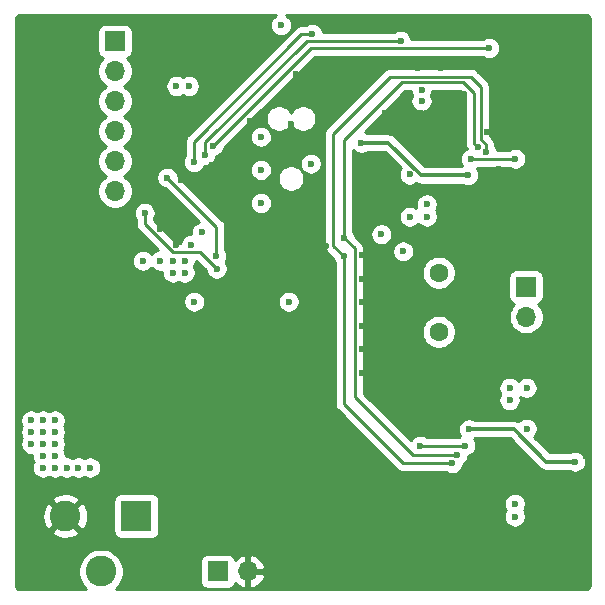
<source format=gbr>
%TF.GenerationSoftware,KiCad,Pcbnew,(5.1.6)-1*%
%TF.CreationDate,2021-07-30T18:26:22-07:00*%
%TF.ProjectId,Coil Driver,436f696c-2044-4726-9976-65722e6b6963,rev?*%
%TF.SameCoordinates,Original*%
%TF.FileFunction,Copper,L4,Bot*%
%TF.FilePolarity,Positive*%
%FSLAX46Y46*%
G04 Gerber Fmt 4.6, Leading zero omitted, Abs format (unit mm)*
G04 Created by KiCad (PCBNEW (5.1.6)-1) date 2021-07-30 18:26:22*
%MOMM*%
%LPD*%
G01*
G04 APERTURE LIST*
%TA.AperFunction,ComponentPad*%
%ADD10O,1.700000X1.700000*%
%TD*%
%TA.AperFunction,ComponentPad*%
%ADD11R,1.700000X1.700000*%
%TD*%
%TA.AperFunction,ComponentPad*%
%ADD12C,2.600000*%
%TD*%
%TA.AperFunction,ComponentPad*%
%ADD13R,2.600000X2.600000*%
%TD*%
%TA.AperFunction,ComponentPad*%
%ADD14C,1.600000*%
%TD*%
%TA.AperFunction,ViaPad*%
%ADD15C,0.600000*%
%TD*%
%TA.AperFunction,Conductor*%
%ADD16C,0.304800*%
%TD*%
%TA.AperFunction,Conductor*%
%ADD17C,0.254000*%
%TD*%
G04 APERTURE END LIST*
D10*
%TO.P,L2,2*%
%TO.N,/VSW-*%
X169900000Y-99240000D03*
D11*
%TO.P,L2,1*%
%TO.N,Net-(C17-Pad1)*%
X169900000Y-96700000D03*
%TD*%
D10*
%TO.P,J4,6*%
%TO.N,/EX1*%
X135100000Y-88600000D03*
%TO.P,J4,5*%
%TO.N,/EX2*%
X135100000Y-86060000D03*
%TO.P,J4,4*%
%TO.N,/EX3*%
X135100000Y-83520000D03*
%TO.P,J4,3*%
%TO.N,/LD3*%
X135100000Y-80980000D03*
%TO.P,J4,2*%
%TO.N,/LD2*%
X135100000Y-78440000D03*
D11*
%TO.P,J4,1*%
%TO.N,/LD1*%
X135100000Y-75900000D03*
%TD*%
D10*
%TO.P,J2,2*%
%TO.N,GND*%
X146340000Y-120800000D03*
D11*
%TO.P,J2,1*%
%TO.N,VDD*%
X143800000Y-120800000D03*
%TD*%
D12*
%TO.P,J1,3*%
%TO.N,Net-(J1-Pad3)*%
X133900000Y-120800000D03*
%TO.P,J1,2*%
%TO.N,GND*%
X130900000Y-116100000D03*
D13*
%TO.P,J1,1*%
%TO.N,VDD*%
X136900000Y-116100000D03*
%TD*%
D14*
%TO.P,C17,2*%
%TO.N,/VSW+*%
X162500000Y-95500000D03*
%TO.P,C17,1*%
%TO.N,Net-(C17-Pad1)*%
X162500000Y-100500000D03*
%TD*%
D15*
%TO.N,GND*%
X163750000Y-85300000D03*
X131100000Y-77300000D03*
X130100000Y-78350000D03*
X129700000Y-101800000D03*
X132400000Y-103300000D03*
X131100000Y-83300000D03*
X130100000Y-84300000D03*
X131100000Y-89300000D03*
X130100000Y-90350000D03*
X139150000Y-99750000D03*
X139650000Y-98850000D03*
X139650000Y-100600000D03*
X135750000Y-99700000D03*
X135600000Y-101100000D03*
X137400000Y-98100000D03*
X138900000Y-98100000D03*
X139950000Y-97100000D03*
X143800000Y-97900000D03*
X147800000Y-97900000D03*
X151800000Y-97900000D03*
X147700000Y-113950000D03*
X147700000Y-116700000D03*
X150050000Y-115300000D03*
X147700000Y-106700000D03*
X147700000Y-109450000D03*
X150050000Y-108100000D03*
X132400000Y-104550000D03*
X130950000Y-105200000D03*
X137650000Y-102200000D03*
X137650000Y-103700000D03*
X136650000Y-104700000D03*
X138850000Y-101500000D03*
X137600000Y-101100000D03*
X139450000Y-90750000D03*
X138900000Y-91800000D03*
X140250000Y-93150000D03*
X146550000Y-88300000D03*
X146550000Y-85500000D03*
X146550000Y-82650000D03*
X150400000Y-78700000D03*
X148240000Y-76590000D03*
X150450000Y-74300000D03*
X153100000Y-74300000D03*
X155650000Y-74300000D03*
X160700000Y-74300000D03*
X163150000Y-74300000D03*
X168150000Y-74300000D03*
X170650000Y-74300000D03*
X173400000Y-74300000D03*
X150000000Y-82900000D03*
X151400000Y-84200000D03*
X144750000Y-78650000D03*
X143900000Y-79550000D03*
X140150000Y-78650000D03*
X139200000Y-79550000D03*
X138200000Y-80600000D03*
X139050000Y-81650000D03*
X140650000Y-87650000D03*
X166050000Y-113700000D03*
X165950000Y-114550000D03*
X165400000Y-115600000D03*
X166300000Y-116650000D03*
X163850000Y-82350000D03*
X163950000Y-81650000D03*
X164650000Y-80350000D03*
X164600000Y-81200000D03*
X160400000Y-108150000D03*
X162800000Y-107300000D03*
X161500000Y-109150000D03*
X159500000Y-112700000D03*
X172550000Y-107800000D03*
X171550000Y-108800000D03*
X171550000Y-105250000D03*
X172550000Y-106300000D03*
X161300000Y-103750000D03*
X159500000Y-102300000D03*
X159500000Y-105200000D03*
X157700000Y-103750000D03*
X170500000Y-93650000D03*
X172350000Y-92250000D03*
X170500000Y-90750000D03*
X168650000Y-92250000D03*
X169550000Y-87850000D03*
X168500000Y-86800000D03*
X167650000Y-86750000D03*
X167500000Y-88650000D03*
X170500000Y-83250000D03*
X171550000Y-84250000D03*
X157450000Y-88200000D03*
X157450000Y-89700000D03*
X158450000Y-90750000D03*
X158450000Y-87200000D03*
X166250000Y-110500000D03*
X141000000Y-77850000D03*
X143900000Y-77850000D03*
X163150000Y-82350000D03*
X166750000Y-113550000D03*
X166629410Y-83604800D03*
X162350000Y-109220590D03*
X127000000Y-97000000D03*
X127000000Y-93000000D03*
X127000000Y-88000000D03*
X127000000Y-83000000D03*
X127000000Y-78000000D03*
X127000000Y-74000000D03*
X132000000Y-74000000D03*
X137000000Y-74000000D03*
X142000000Y-74000000D03*
X147000000Y-74000000D03*
X175000000Y-74000000D03*
X175000000Y-79000000D03*
X175000000Y-89000000D03*
X175000000Y-99000000D03*
X175000000Y-109000000D03*
X175000000Y-119000000D03*
X175000000Y-122000000D03*
X170000000Y-122000000D03*
X165000000Y-122000000D03*
X160000000Y-122000000D03*
X155000000Y-122000000D03*
X150000000Y-122000000D03*
X130000000Y-122000000D03*
X127000000Y-122000000D03*
X127000000Y-117000000D03*
X127000000Y-112000000D03*
X154000000Y-79000000D03*
X133000000Y-83000000D03*
X133000000Y-89000000D03*
X137000000Y-76000000D03*
X138000000Y-79000000D03*
X146000000Y-76000000D03*
X139000000Y-77000000D03*
X151000000Y-81000000D03*
X143300000Y-86350000D03*
X144000000Y-105000000D03*
X140000000Y-105000000D03*
X144000000Y-102000000D03*
X146000000Y-105000000D03*
X146000000Y-102000000D03*
X153500000Y-105000000D03*
X145000000Y-96000000D03*
X149000000Y-96000000D03*
X127000000Y-104000000D03*
X133000000Y-114000000D03*
X128000000Y-114000000D03*
X133000000Y-118000000D03*
X129000000Y-120000000D03*
X152000000Y-112000000D03*
X152000000Y-118000000D03*
X157000000Y-118000000D03*
X162000000Y-118000000D03*
X156000000Y-112000000D03*
X172000000Y-118000000D03*
X172000000Y-114000000D03*
X159000000Y-108000000D03*
X157000000Y-106000000D03*
X156000000Y-104000000D03*
X156000000Y-102000000D03*
X156000000Y-100000000D03*
X156000000Y-98000000D03*
X156000000Y-96000000D03*
X156000000Y-94000000D03*
X156000000Y-92000000D03*
X156000000Y-90000000D03*
X156000000Y-88000000D03*
X158000000Y-82000000D03*
X167000000Y-80000000D03*
X161000000Y-82000000D03*
X167000000Y-81000000D03*
X172000000Y-89000000D03*
X172000000Y-81000000D03*
X165000000Y-96000000D03*
X167000000Y-94000000D03*
X165000000Y-102000000D03*
X167000000Y-100000000D03*
X171000000Y-102000000D03*
X150000000Y-103000000D03*
X154000000Y-115000000D03*
X158000000Y-115000000D03*
X156980000Y-78970000D03*
X152640000Y-83000000D03*
X152640000Y-87000000D03*
X148330000Y-91810000D03*
X153500000Y-97000000D03*
X153500000Y-101000000D03*
X153500000Y-107000000D03*
X155550000Y-109000000D03*
X157550000Y-111000000D03*
X161000000Y-114000000D03*
X163000000Y-116000000D03*
X166000000Y-118000000D03*
X173000000Y-115000000D03*
X175000000Y-113000000D03*
X175000000Y-111000000D03*
X175000000Y-107000000D03*
X175000000Y-105000000D03*
X175000000Y-103000000D03*
X175000000Y-101000000D03*
X175000000Y-97000000D03*
X175000000Y-95000000D03*
X175000000Y-93000000D03*
X175000000Y-91000000D03*
X175000000Y-87000000D03*
X175000000Y-85000000D03*
X175000000Y-83000000D03*
X169000000Y-79000000D03*
X171000000Y-79000000D03*
X173000000Y-79000000D03*
X160720000Y-78150000D03*
X162720000Y-78150000D03*
X153000000Y-93250000D03*
X129500000Y-98750000D03*
X129500000Y-99500000D03*
X128500000Y-99500000D03*
X128500000Y-98750000D03*
X134850000Y-106950000D03*
X139000000Y-85900000D03*
X137050000Y-84550000D03*
X154980000Y-80970000D03*
X175000000Y-81000000D03*
X159000000Y-98000000D03*
%TO.N,+12V*%
X128000000Y-108000000D03*
X129000000Y-108000000D03*
X130000000Y-108000000D03*
X128000000Y-109000000D03*
X129000000Y-109000000D03*
X130000000Y-109000000D03*
X128000000Y-110000000D03*
X129000000Y-110000000D03*
X130000000Y-110000000D03*
X130000000Y-111000000D03*
X129000000Y-111000000D03*
X130000000Y-112000000D03*
X129000000Y-112000000D03*
X131000000Y-112000000D03*
X132000000Y-112000000D03*
X133000000Y-112000000D03*
X149800000Y-97950000D03*
X161050000Y-80950000D03*
X160050000Y-90750000D03*
X161500000Y-89700000D03*
X161500000Y-90750000D03*
X168500000Y-105250000D03*
X169950000Y-105250000D03*
X168500000Y-106300000D03*
X157650000Y-92250000D03*
X159500000Y-93700000D03*
X169950000Y-108700000D03*
X160047341Y-87187410D03*
X168950000Y-115050000D03*
X168950000Y-116150022D03*
X161050000Y-80000000D03*
%TO.N,/VSW+*%
X165000000Y-87250000D03*
X155950000Y-84500000D03*
%TO.N,+3V3*%
X138925000Y-94500000D03*
X137450000Y-94500000D03*
X140000000Y-94500000D03*
X141000000Y-94500000D03*
X140000000Y-95500000D03*
X141000000Y-95500000D03*
X140300009Y-79700005D03*
X141349987Y-79700013D03*
X141550000Y-93150000D03*
X142450000Y-92100000D03*
X147450000Y-89600000D03*
X147450000Y-86800000D03*
X147450000Y-84000000D03*
X149150000Y-74550000D03*
X141800000Y-97950000D03*
X151680000Y-86270000D03*
%TO.N,Net-(C23-Pad1)*%
X143425000Y-84750000D03*
X166775000Y-76475000D03*
%TO.N,/VSW-*%
X174050000Y-111500000D03*
X165079410Y-108750000D03*
%TO.N,Net-(C27-Pad1)*%
X141775000Y-86150000D03*
X151775000Y-75295600D03*
%TO.N,/GD_EN*%
X164750000Y-110150000D03*
X169000000Y-85850000D03*
X137600000Y-90450000D03*
X143700000Y-95150000D03*
X165237594Y-85873012D03*
X160950026Y-110150000D03*
%TO.N,/HIN*%
X154500000Y-92550000D03*
X165800000Y-84900000D03*
X164075005Y-110975005D03*
%TO.N,/LIN*%
X154450000Y-94100000D03*
X166500000Y-85270590D03*
X163669427Y-111617033D03*
%TO.N,Net-(R24-Pad2)*%
X139525000Y-87450000D03*
X143675000Y-94100000D03*
%TO.N,Net-(C26-Pad1)*%
X142750000Y-85500000D03*
X159275000Y-75875000D03*
%TD*%
D16*
%TO.N,/VSW+*%
X158250000Y-84500000D02*
X155950000Y-84500000D01*
X165000000Y-87250000D02*
X161000000Y-87250000D01*
X161000000Y-87250000D02*
X158250000Y-84500000D01*
D17*
%TO.N,Net-(C23-Pad1)*%
X151700000Y-76475000D02*
X166775000Y-76475000D01*
X143425000Y-84750000D02*
X151700000Y-76475000D01*
D16*
%TO.N,/VSW-*%
X168850000Y-108750000D02*
X165079410Y-108750000D01*
X174050000Y-111500000D02*
X171600000Y-111500000D01*
X171600000Y-111500000D02*
X168850000Y-108750000D01*
D17*
%TO.N,Net-(C27-Pad1)*%
X141775000Y-86150000D02*
X141775000Y-84400000D01*
X141775000Y-84400000D02*
X150879400Y-75295600D01*
X150879400Y-75295600D02*
X151775000Y-75295600D01*
%TO.N,/GD_EN*%
X139971887Y-93729401D02*
X142279401Y-93729401D01*
X142279401Y-93729401D02*
X143700000Y-95150000D01*
X137600000Y-90450000D02*
X137600000Y-91357514D01*
X137600000Y-91357514D02*
X139971887Y-93729401D01*
X165260606Y-85850000D02*
X165237594Y-85873012D01*
X169000000Y-85850000D02*
X165260606Y-85850000D01*
X164750000Y-110150000D02*
X160950026Y-110150000D01*
%TO.N,/HIN*%
X154500000Y-92550000D02*
X155400000Y-93450000D01*
X155400000Y-106050000D02*
X160325005Y-110975005D01*
X155400000Y-93450000D02*
X155400000Y-106050000D01*
X160325005Y-110975005D02*
X164075005Y-110975005D01*
X165500001Y-84600001D02*
X165800000Y-84900000D01*
X154500000Y-92550000D02*
X154500000Y-84250000D01*
X165500001Y-80300001D02*
X165500001Y-84600001D01*
X154500000Y-84250000D02*
X159360000Y-79390000D01*
X159360000Y-79390000D02*
X164590000Y-79390000D01*
X164590000Y-79390000D02*
X165500001Y-80300001D01*
%TO.N,/LIN*%
X154450000Y-106600000D02*
X159467033Y-111617033D01*
X159467033Y-111617033D02*
X163669427Y-111617033D01*
X154450000Y-94100000D02*
X154450000Y-106600000D01*
X166500000Y-84649906D02*
X166500000Y-85270590D01*
X166050000Y-84199906D02*
X166500000Y-84649906D01*
X166050000Y-79750000D02*
X166050000Y-84199906D01*
X153579401Y-93229401D02*
X153579401Y-83721887D01*
X153579401Y-83721887D02*
X158391288Y-78910000D01*
X154450000Y-94100000D02*
X153579401Y-93229401D01*
X165210000Y-78910000D02*
X166050000Y-79750000D01*
X158391288Y-78910000D02*
X165210000Y-78910000D01*
%TO.N,Net-(R24-Pad2)*%
X139525000Y-87450000D02*
X143675000Y-91600000D01*
X143675000Y-91600000D02*
X143675000Y-94100000D01*
%TO.N,Net-(C26-Pad1)*%
X142750000Y-85500000D02*
X142750000Y-84475000D01*
X142750000Y-84475000D02*
X151350000Y-75875000D01*
X151350000Y-75875000D02*
X159275000Y-75875000D01*
%TD*%
%TO.N,GND*%
G36*
X148707111Y-73721414D02*
G01*
X148553972Y-73823738D01*
X148423738Y-73953972D01*
X148321414Y-74107111D01*
X148250932Y-74277271D01*
X148215000Y-74457911D01*
X148215000Y-74642089D01*
X148250932Y-74822729D01*
X148321414Y-74992889D01*
X148423738Y-75146028D01*
X148553972Y-75276262D01*
X148707111Y-75378586D01*
X148877271Y-75449068D01*
X149057911Y-75485000D01*
X149242089Y-75485000D01*
X149422729Y-75449068D01*
X149592889Y-75378586D01*
X149746028Y-75276262D01*
X149876262Y-75146028D01*
X149978586Y-74992889D01*
X150049068Y-74822729D01*
X150085000Y-74642089D01*
X150085000Y-74457911D01*
X150049068Y-74277271D01*
X149978586Y-74107111D01*
X149876262Y-73953972D01*
X149746028Y-73823738D01*
X149592889Y-73721414D01*
X149565333Y-73710000D01*
X174965278Y-73710000D01*
X175055665Y-73718863D01*
X175109214Y-73735030D01*
X175158597Y-73761288D01*
X175201945Y-73796641D01*
X175237600Y-73839740D01*
X175264201Y-73888937D01*
X175280742Y-73942375D01*
X175290000Y-74030455D01*
X175290001Y-121965269D01*
X175281138Y-122055664D01*
X175264970Y-122109214D01*
X175238712Y-122158597D01*
X175203357Y-122201947D01*
X175160261Y-122237599D01*
X175111063Y-122264201D01*
X175057625Y-122280742D01*
X174969545Y-122290000D01*
X135146504Y-122290000D01*
X135403013Y-122033491D01*
X135614775Y-121716566D01*
X135760639Y-121364419D01*
X135835000Y-120990581D01*
X135835000Y-120609419D01*
X135760639Y-120235581D01*
X135642348Y-119950000D01*
X142311928Y-119950000D01*
X142311928Y-121650000D01*
X142324188Y-121774482D01*
X142360498Y-121894180D01*
X142419463Y-122004494D01*
X142498815Y-122101185D01*
X142595506Y-122180537D01*
X142705820Y-122239502D01*
X142825518Y-122275812D01*
X142950000Y-122288072D01*
X144650000Y-122288072D01*
X144774482Y-122275812D01*
X144894180Y-122239502D01*
X145004494Y-122180537D01*
X145101185Y-122101185D01*
X145180537Y-122004494D01*
X145239502Y-121894180D01*
X145263966Y-121813534D01*
X145339731Y-121897588D01*
X145573080Y-122071641D01*
X145835901Y-122196825D01*
X145983110Y-122241476D01*
X146213000Y-122120155D01*
X146213000Y-120927000D01*
X146467000Y-120927000D01*
X146467000Y-122120155D01*
X146696890Y-122241476D01*
X146844099Y-122196825D01*
X147106920Y-122071641D01*
X147340269Y-121897588D01*
X147535178Y-121681355D01*
X147684157Y-121431252D01*
X147781481Y-121156891D01*
X147660814Y-120927000D01*
X146467000Y-120927000D01*
X146213000Y-120927000D01*
X146193000Y-120927000D01*
X146193000Y-120673000D01*
X146213000Y-120673000D01*
X146213000Y-119479845D01*
X146467000Y-119479845D01*
X146467000Y-120673000D01*
X147660814Y-120673000D01*
X147781481Y-120443109D01*
X147684157Y-120168748D01*
X147535178Y-119918645D01*
X147340269Y-119702412D01*
X147106920Y-119528359D01*
X146844099Y-119403175D01*
X146696890Y-119358524D01*
X146467000Y-119479845D01*
X146213000Y-119479845D01*
X145983110Y-119358524D01*
X145835901Y-119403175D01*
X145573080Y-119528359D01*
X145339731Y-119702412D01*
X145263966Y-119786466D01*
X145239502Y-119705820D01*
X145180537Y-119595506D01*
X145101185Y-119498815D01*
X145004494Y-119419463D01*
X144894180Y-119360498D01*
X144774482Y-119324188D01*
X144650000Y-119311928D01*
X142950000Y-119311928D01*
X142825518Y-119324188D01*
X142705820Y-119360498D01*
X142595506Y-119419463D01*
X142498815Y-119498815D01*
X142419463Y-119595506D01*
X142360498Y-119705820D01*
X142324188Y-119825518D01*
X142311928Y-119950000D01*
X135642348Y-119950000D01*
X135614775Y-119883434D01*
X135403013Y-119566509D01*
X135133491Y-119296987D01*
X134816566Y-119085225D01*
X134464419Y-118939361D01*
X134090581Y-118865000D01*
X133709419Y-118865000D01*
X133335581Y-118939361D01*
X132983434Y-119085225D01*
X132666509Y-119296987D01*
X132396987Y-119566509D01*
X132185225Y-119883434D01*
X132039361Y-120235581D01*
X131965000Y-120609419D01*
X131965000Y-120990581D01*
X132039361Y-121364419D01*
X132185225Y-121716566D01*
X132396987Y-122033491D01*
X132653496Y-122290000D01*
X127034721Y-122290000D01*
X126944336Y-122281138D01*
X126890786Y-122264970D01*
X126841403Y-122238712D01*
X126798053Y-122203357D01*
X126762401Y-122160261D01*
X126735799Y-122111063D01*
X126719258Y-122057625D01*
X126710000Y-121969545D01*
X126710000Y-117449224D01*
X129730381Y-117449224D01*
X129862317Y-117744312D01*
X130203045Y-117915159D01*
X130570557Y-118016250D01*
X130950729Y-118043701D01*
X131328951Y-117996457D01*
X131690690Y-117876333D01*
X131937683Y-117744312D01*
X132069619Y-117449224D01*
X130900000Y-116279605D01*
X129730381Y-117449224D01*
X126710000Y-117449224D01*
X126710000Y-116150729D01*
X128956299Y-116150729D01*
X129003543Y-116528951D01*
X129123667Y-116890690D01*
X129255688Y-117137683D01*
X129550776Y-117269619D01*
X130720395Y-116100000D01*
X131079605Y-116100000D01*
X132249224Y-117269619D01*
X132544312Y-117137683D01*
X132715159Y-116796955D01*
X132816250Y-116429443D01*
X132843701Y-116049271D01*
X132796457Y-115671049D01*
X132676333Y-115309310D01*
X132544312Y-115062317D01*
X132249224Y-114930381D01*
X131079605Y-116100000D01*
X130720395Y-116100000D01*
X129550776Y-114930381D01*
X129255688Y-115062317D01*
X129084841Y-115403045D01*
X128983750Y-115770557D01*
X128956299Y-116150729D01*
X126710000Y-116150729D01*
X126710000Y-114750776D01*
X129730381Y-114750776D01*
X130900000Y-115920395D01*
X132020395Y-114800000D01*
X134961928Y-114800000D01*
X134961928Y-117400000D01*
X134974188Y-117524482D01*
X135010498Y-117644180D01*
X135069463Y-117754494D01*
X135148815Y-117851185D01*
X135245506Y-117930537D01*
X135355820Y-117989502D01*
X135475518Y-118025812D01*
X135600000Y-118038072D01*
X138200000Y-118038072D01*
X138324482Y-118025812D01*
X138444180Y-117989502D01*
X138554494Y-117930537D01*
X138651185Y-117851185D01*
X138730537Y-117754494D01*
X138789502Y-117644180D01*
X138825812Y-117524482D01*
X138838072Y-117400000D01*
X138838072Y-114957911D01*
X168015000Y-114957911D01*
X168015000Y-115142089D01*
X168050932Y-115322729D01*
X168121414Y-115492889D01*
X168192990Y-115600011D01*
X168121414Y-115707133D01*
X168050932Y-115877293D01*
X168015000Y-116057933D01*
X168015000Y-116242111D01*
X168050932Y-116422751D01*
X168121414Y-116592911D01*
X168223738Y-116746050D01*
X168353972Y-116876284D01*
X168507111Y-116978608D01*
X168677271Y-117049090D01*
X168857911Y-117085022D01*
X169042089Y-117085022D01*
X169222729Y-117049090D01*
X169392889Y-116978608D01*
X169546028Y-116876284D01*
X169676262Y-116746050D01*
X169778586Y-116592911D01*
X169849068Y-116422751D01*
X169885000Y-116242111D01*
X169885000Y-116057933D01*
X169849068Y-115877293D01*
X169778586Y-115707133D01*
X169707010Y-115600011D01*
X169778586Y-115492889D01*
X169849068Y-115322729D01*
X169885000Y-115142089D01*
X169885000Y-114957911D01*
X169849068Y-114777271D01*
X169778586Y-114607111D01*
X169676262Y-114453972D01*
X169546028Y-114323738D01*
X169392889Y-114221414D01*
X169222729Y-114150932D01*
X169042089Y-114115000D01*
X168857911Y-114115000D01*
X168677271Y-114150932D01*
X168507111Y-114221414D01*
X168353972Y-114323738D01*
X168223738Y-114453972D01*
X168121414Y-114607111D01*
X168050932Y-114777271D01*
X168015000Y-114957911D01*
X138838072Y-114957911D01*
X138838072Y-114800000D01*
X138825812Y-114675518D01*
X138789502Y-114555820D01*
X138730537Y-114445506D01*
X138651185Y-114348815D01*
X138554494Y-114269463D01*
X138444180Y-114210498D01*
X138324482Y-114174188D01*
X138200000Y-114161928D01*
X135600000Y-114161928D01*
X135475518Y-114174188D01*
X135355820Y-114210498D01*
X135245506Y-114269463D01*
X135148815Y-114348815D01*
X135069463Y-114445506D01*
X135010498Y-114555820D01*
X134974188Y-114675518D01*
X134961928Y-114800000D01*
X132020395Y-114800000D01*
X132069619Y-114750776D01*
X131937683Y-114455688D01*
X131596955Y-114284841D01*
X131229443Y-114183750D01*
X130849271Y-114156299D01*
X130471049Y-114203543D01*
X130109310Y-114323667D01*
X129862317Y-114455688D01*
X129730381Y-114750776D01*
X126710000Y-114750776D01*
X126710000Y-107907911D01*
X127065000Y-107907911D01*
X127065000Y-108092089D01*
X127100932Y-108272729D01*
X127171414Y-108442889D01*
X127209574Y-108500000D01*
X127171414Y-108557111D01*
X127100932Y-108727271D01*
X127065000Y-108907911D01*
X127065000Y-109092089D01*
X127100932Y-109272729D01*
X127171414Y-109442889D01*
X127209574Y-109500000D01*
X127171414Y-109557111D01*
X127100932Y-109727271D01*
X127065000Y-109907911D01*
X127065000Y-110092089D01*
X127100932Y-110272729D01*
X127171414Y-110442889D01*
X127273738Y-110596028D01*
X127403972Y-110726262D01*
X127557111Y-110828586D01*
X127727271Y-110899068D01*
X127907911Y-110935000D01*
X128065000Y-110935000D01*
X128065000Y-111092089D01*
X128100932Y-111272729D01*
X128171414Y-111442889D01*
X128209574Y-111500000D01*
X128171414Y-111557111D01*
X128100932Y-111727271D01*
X128065000Y-111907911D01*
X128065000Y-112092089D01*
X128100932Y-112272729D01*
X128171414Y-112442889D01*
X128273738Y-112596028D01*
X128403972Y-112726262D01*
X128557111Y-112828586D01*
X128727271Y-112899068D01*
X128907911Y-112935000D01*
X129092089Y-112935000D01*
X129272729Y-112899068D01*
X129442889Y-112828586D01*
X129500000Y-112790426D01*
X129557111Y-112828586D01*
X129727271Y-112899068D01*
X129907911Y-112935000D01*
X130092089Y-112935000D01*
X130272729Y-112899068D01*
X130442889Y-112828586D01*
X130500000Y-112790426D01*
X130557111Y-112828586D01*
X130727271Y-112899068D01*
X130907911Y-112935000D01*
X131092089Y-112935000D01*
X131272729Y-112899068D01*
X131442889Y-112828586D01*
X131500000Y-112790426D01*
X131557111Y-112828586D01*
X131727271Y-112899068D01*
X131907911Y-112935000D01*
X132092089Y-112935000D01*
X132272729Y-112899068D01*
X132442889Y-112828586D01*
X132500000Y-112790426D01*
X132557111Y-112828586D01*
X132727271Y-112899068D01*
X132907911Y-112935000D01*
X133092089Y-112935000D01*
X133272729Y-112899068D01*
X133442889Y-112828586D01*
X133596028Y-112726262D01*
X133726262Y-112596028D01*
X133828586Y-112442889D01*
X133899068Y-112272729D01*
X133935000Y-112092089D01*
X133935000Y-111907911D01*
X133899068Y-111727271D01*
X133828586Y-111557111D01*
X133726262Y-111403972D01*
X133596028Y-111273738D01*
X133442889Y-111171414D01*
X133272729Y-111100932D01*
X133092089Y-111065000D01*
X132907911Y-111065000D01*
X132727271Y-111100932D01*
X132557111Y-111171414D01*
X132500000Y-111209574D01*
X132442889Y-111171414D01*
X132272729Y-111100932D01*
X132092089Y-111065000D01*
X131907911Y-111065000D01*
X131727271Y-111100932D01*
X131557111Y-111171414D01*
X131500000Y-111209574D01*
X131442889Y-111171414D01*
X131272729Y-111100932D01*
X131092089Y-111065000D01*
X130935000Y-111065000D01*
X130935000Y-110907911D01*
X130899068Y-110727271D01*
X130828586Y-110557111D01*
X130790426Y-110500000D01*
X130828586Y-110442889D01*
X130899068Y-110272729D01*
X130935000Y-110092089D01*
X130935000Y-109907911D01*
X130899068Y-109727271D01*
X130828586Y-109557111D01*
X130790426Y-109500000D01*
X130828586Y-109442889D01*
X130899068Y-109272729D01*
X130935000Y-109092089D01*
X130935000Y-108907911D01*
X130899068Y-108727271D01*
X130828586Y-108557111D01*
X130790426Y-108500000D01*
X130828586Y-108442889D01*
X130899068Y-108272729D01*
X130935000Y-108092089D01*
X130935000Y-107907911D01*
X130899068Y-107727271D01*
X130828586Y-107557111D01*
X130726262Y-107403972D01*
X130596028Y-107273738D01*
X130442889Y-107171414D01*
X130272729Y-107100932D01*
X130092089Y-107065000D01*
X129907911Y-107065000D01*
X129727271Y-107100932D01*
X129557111Y-107171414D01*
X129500000Y-107209574D01*
X129442889Y-107171414D01*
X129272729Y-107100932D01*
X129092089Y-107065000D01*
X128907911Y-107065000D01*
X128727271Y-107100932D01*
X128557111Y-107171414D01*
X128500000Y-107209574D01*
X128442889Y-107171414D01*
X128272729Y-107100932D01*
X128092089Y-107065000D01*
X127907911Y-107065000D01*
X127727271Y-107100932D01*
X127557111Y-107171414D01*
X127403972Y-107273738D01*
X127273738Y-107403972D01*
X127171414Y-107557111D01*
X127100932Y-107727271D01*
X127065000Y-107907911D01*
X126710000Y-107907911D01*
X126710000Y-97857911D01*
X140865000Y-97857911D01*
X140865000Y-98042089D01*
X140900932Y-98222729D01*
X140971414Y-98392889D01*
X141073738Y-98546028D01*
X141203972Y-98676262D01*
X141357111Y-98778586D01*
X141527271Y-98849068D01*
X141707911Y-98885000D01*
X141892089Y-98885000D01*
X142072729Y-98849068D01*
X142242889Y-98778586D01*
X142396028Y-98676262D01*
X142526262Y-98546028D01*
X142628586Y-98392889D01*
X142699068Y-98222729D01*
X142735000Y-98042089D01*
X142735000Y-97857911D01*
X148865000Y-97857911D01*
X148865000Y-98042089D01*
X148900932Y-98222729D01*
X148971414Y-98392889D01*
X149073738Y-98546028D01*
X149203972Y-98676262D01*
X149357111Y-98778586D01*
X149527271Y-98849068D01*
X149707911Y-98885000D01*
X149892089Y-98885000D01*
X150072729Y-98849068D01*
X150242889Y-98778586D01*
X150396028Y-98676262D01*
X150526262Y-98546028D01*
X150628586Y-98392889D01*
X150699068Y-98222729D01*
X150735000Y-98042089D01*
X150735000Y-97857911D01*
X150699068Y-97677271D01*
X150628586Y-97507111D01*
X150526262Y-97353972D01*
X150396028Y-97223738D01*
X150242889Y-97121414D01*
X150072729Y-97050932D01*
X149892089Y-97015000D01*
X149707911Y-97015000D01*
X149527271Y-97050932D01*
X149357111Y-97121414D01*
X149203972Y-97223738D01*
X149073738Y-97353972D01*
X148971414Y-97507111D01*
X148900932Y-97677271D01*
X148865000Y-97857911D01*
X142735000Y-97857911D01*
X142699068Y-97677271D01*
X142628586Y-97507111D01*
X142526262Y-97353972D01*
X142396028Y-97223738D01*
X142242889Y-97121414D01*
X142072729Y-97050932D01*
X141892089Y-97015000D01*
X141707911Y-97015000D01*
X141527271Y-97050932D01*
X141357111Y-97121414D01*
X141203972Y-97223738D01*
X141073738Y-97353972D01*
X140971414Y-97507111D01*
X140900932Y-97677271D01*
X140865000Y-97857911D01*
X126710000Y-97857911D01*
X126710000Y-94407911D01*
X136515000Y-94407911D01*
X136515000Y-94592089D01*
X136550932Y-94772729D01*
X136621414Y-94942889D01*
X136723738Y-95096028D01*
X136853972Y-95226262D01*
X137007111Y-95328586D01*
X137177271Y-95399068D01*
X137357911Y-95435000D01*
X137542089Y-95435000D01*
X137722729Y-95399068D01*
X137892889Y-95328586D01*
X138046028Y-95226262D01*
X138176262Y-95096028D01*
X138187500Y-95079209D01*
X138198738Y-95096028D01*
X138328972Y-95226262D01*
X138482111Y-95328586D01*
X138652271Y-95399068D01*
X138832911Y-95435000D01*
X139017089Y-95435000D01*
X139065000Y-95425470D01*
X139065000Y-95592089D01*
X139100932Y-95772729D01*
X139171414Y-95942889D01*
X139273738Y-96096028D01*
X139403972Y-96226262D01*
X139557111Y-96328586D01*
X139727271Y-96399068D01*
X139907911Y-96435000D01*
X140092089Y-96435000D01*
X140272729Y-96399068D01*
X140442889Y-96328586D01*
X140500000Y-96290426D01*
X140557111Y-96328586D01*
X140727271Y-96399068D01*
X140907911Y-96435000D01*
X141092089Y-96435000D01*
X141272729Y-96399068D01*
X141442889Y-96328586D01*
X141596028Y-96226262D01*
X141726262Y-96096028D01*
X141828586Y-95942889D01*
X141899068Y-95772729D01*
X141935000Y-95592089D01*
X141935000Y-95407911D01*
X141899068Y-95227271D01*
X141828586Y-95057111D01*
X141790426Y-95000000D01*
X141828586Y-94942889D01*
X141899068Y-94772729D01*
X141935000Y-94592089D01*
X141935000Y-94491401D01*
X141963771Y-94491401D01*
X142777550Y-95305181D01*
X142800932Y-95422729D01*
X142871414Y-95592889D01*
X142973738Y-95746028D01*
X143103972Y-95876262D01*
X143257111Y-95978586D01*
X143427271Y-96049068D01*
X143607911Y-96085000D01*
X143792089Y-96085000D01*
X143972729Y-96049068D01*
X144142889Y-95978586D01*
X144296028Y-95876262D01*
X144426262Y-95746028D01*
X144528586Y-95592889D01*
X144599068Y-95422729D01*
X144635000Y-95242089D01*
X144635000Y-95057911D01*
X144599068Y-94877271D01*
X144528586Y-94707111D01*
X144461221Y-94606292D01*
X144503586Y-94542889D01*
X144574068Y-94372729D01*
X144610000Y-94192089D01*
X144610000Y-94007911D01*
X144574068Y-93827271D01*
X144503586Y-93657111D01*
X144437000Y-93557458D01*
X144437000Y-91637422D01*
X144440686Y-91599999D01*
X144433175Y-91523738D01*
X144425974Y-91450622D01*
X144382402Y-91306985D01*
X144311645Y-91174608D01*
X144216422Y-91058578D01*
X144187353Y-91034722D01*
X142660542Y-89507911D01*
X146515000Y-89507911D01*
X146515000Y-89692089D01*
X146550932Y-89872729D01*
X146621414Y-90042889D01*
X146723738Y-90196028D01*
X146853972Y-90326262D01*
X147007111Y-90428586D01*
X147177271Y-90499068D01*
X147357911Y-90535000D01*
X147542089Y-90535000D01*
X147722729Y-90499068D01*
X147892889Y-90428586D01*
X148046028Y-90326262D01*
X148176262Y-90196028D01*
X148278586Y-90042889D01*
X148349068Y-89872729D01*
X148385000Y-89692089D01*
X148385000Y-89507911D01*
X148349068Y-89327271D01*
X148278586Y-89157111D01*
X148176262Y-89003972D01*
X148046028Y-88873738D01*
X147892889Y-88771414D01*
X147722729Y-88700932D01*
X147542089Y-88665000D01*
X147357911Y-88665000D01*
X147177271Y-88700932D01*
X147007111Y-88771414D01*
X146853972Y-88873738D01*
X146723738Y-89003972D01*
X146621414Y-89157111D01*
X146550932Y-89327271D01*
X146515000Y-89507911D01*
X142660542Y-89507911D01*
X140447450Y-87294820D01*
X140424068Y-87177271D01*
X140353586Y-87007111D01*
X140251262Y-86853972D01*
X140121028Y-86723738D01*
X139967889Y-86621414D01*
X139797729Y-86550932D01*
X139617089Y-86515000D01*
X139432911Y-86515000D01*
X139252271Y-86550932D01*
X139082111Y-86621414D01*
X138928972Y-86723738D01*
X138798738Y-86853972D01*
X138696414Y-87007111D01*
X138625932Y-87177271D01*
X138590000Y-87357911D01*
X138590000Y-87542089D01*
X138625932Y-87722729D01*
X138696414Y-87892889D01*
X138798738Y-88046028D01*
X138928972Y-88176262D01*
X139082111Y-88278586D01*
X139252271Y-88349068D01*
X139369820Y-88372450D01*
X142194812Y-91197443D01*
X142177271Y-91200932D01*
X142007111Y-91271414D01*
X141853972Y-91373738D01*
X141723738Y-91503972D01*
X141621414Y-91657111D01*
X141550932Y-91827271D01*
X141515000Y-92007911D01*
X141515000Y-92192089D01*
X141519557Y-92215000D01*
X141457911Y-92215000D01*
X141277271Y-92250932D01*
X141107111Y-92321414D01*
X140953972Y-92423738D01*
X140823738Y-92553972D01*
X140721414Y-92707111D01*
X140650932Y-92877271D01*
X140633004Y-92967401D01*
X140287518Y-92967401D01*
X138362000Y-91041884D01*
X138362000Y-90992542D01*
X138428586Y-90892889D01*
X138499068Y-90722729D01*
X138535000Y-90542089D01*
X138535000Y-90357911D01*
X138499068Y-90177271D01*
X138428586Y-90007111D01*
X138326262Y-89853972D01*
X138196028Y-89723738D01*
X138042889Y-89621414D01*
X137872729Y-89550932D01*
X137692089Y-89515000D01*
X137507911Y-89515000D01*
X137327271Y-89550932D01*
X137157111Y-89621414D01*
X137003972Y-89723738D01*
X136873738Y-89853972D01*
X136771414Y-90007111D01*
X136700932Y-90177271D01*
X136665000Y-90357911D01*
X136665000Y-90542089D01*
X136700932Y-90722729D01*
X136771414Y-90892889D01*
X136838000Y-90992542D01*
X136838000Y-91320091D01*
X136834314Y-91357514D01*
X136838000Y-91394937D01*
X136838000Y-91394940D01*
X136843485Y-91450622D01*
X136849027Y-91506892D01*
X136892599Y-91650529D01*
X136963355Y-91782906D01*
X137034721Y-91869865D01*
X137058579Y-91898936D01*
X137087649Y-91922793D01*
X138746954Y-93582098D01*
X138652271Y-93600932D01*
X138482111Y-93671414D01*
X138328972Y-93773738D01*
X138198738Y-93903972D01*
X138187500Y-93920791D01*
X138176262Y-93903972D01*
X138046028Y-93773738D01*
X137892889Y-93671414D01*
X137722729Y-93600932D01*
X137542089Y-93565000D01*
X137357911Y-93565000D01*
X137177271Y-93600932D01*
X137007111Y-93671414D01*
X136853972Y-93773738D01*
X136723738Y-93903972D01*
X136621414Y-94057111D01*
X136550932Y-94227271D01*
X136515000Y-94407911D01*
X126710000Y-94407911D01*
X126710000Y-75050000D01*
X133611928Y-75050000D01*
X133611928Y-76750000D01*
X133624188Y-76874482D01*
X133660498Y-76994180D01*
X133719463Y-77104494D01*
X133798815Y-77201185D01*
X133895506Y-77280537D01*
X134005820Y-77339502D01*
X134078380Y-77361513D01*
X133946525Y-77493368D01*
X133784010Y-77736589D01*
X133672068Y-78006842D01*
X133615000Y-78293740D01*
X133615000Y-78586260D01*
X133672068Y-78873158D01*
X133784010Y-79143411D01*
X133946525Y-79386632D01*
X134153368Y-79593475D01*
X134327760Y-79710000D01*
X134153368Y-79826525D01*
X133946525Y-80033368D01*
X133784010Y-80276589D01*
X133672068Y-80546842D01*
X133615000Y-80833740D01*
X133615000Y-81126260D01*
X133672068Y-81413158D01*
X133784010Y-81683411D01*
X133946525Y-81926632D01*
X134153368Y-82133475D01*
X134327760Y-82250000D01*
X134153368Y-82366525D01*
X133946525Y-82573368D01*
X133784010Y-82816589D01*
X133672068Y-83086842D01*
X133615000Y-83373740D01*
X133615000Y-83666260D01*
X133672068Y-83953158D01*
X133784010Y-84223411D01*
X133946525Y-84466632D01*
X134153368Y-84673475D01*
X134327760Y-84790000D01*
X134153368Y-84906525D01*
X133946525Y-85113368D01*
X133784010Y-85356589D01*
X133672068Y-85626842D01*
X133615000Y-85913740D01*
X133615000Y-86206260D01*
X133672068Y-86493158D01*
X133784010Y-86763411D01*
X133946525Y-87006632D01*
X134153368Y-87213475D01*
X134327760Y-87330000D01*
X134153368Y-87446525D01*
X133946525Y-87653368D01*
X133784010Y-87896589D01*
X133672068Y-88166842D01*
X133615000Y-88453740D01*
X133615000Y-88746260D01*
X133672068Y-89033158D01*
X133784010Y-89303411D01*
X133946525Y-89546632D01*
X134153368Y-89753475D01*
X134396589Y-89915990D01*
X134666842Y-90027932D01*
X134953740Y-90085000D01*
X135246260Y-90085000D01*
X135533158Y-90027932D01*
X135803411Y-89915990D01*
X136046632Y-89753475D01*
X136253475Y-89546632D01*
X136415990Y-89303411D01*
X136527932Y-89033158D01*
X136585000Y-88746260D01*
X136585000Y-88453740D01*
X136527932Y-88166842D01*
X136415990Y-87896589D01*
X136253475Y-87653368D01*
X136046632Y-87446525D01*
X135872240Y-87330000D01*
X136046632Y-87213475D01*
X136253475Y-87006632D01*
X136415990Y-86763411D01*
X136527932Y-86493158D01*
X136585000Y-86206260D01*
X136585000Y-86057911D01*
X140840000Y-86057911D01*
X140840000Y-86242089D01*
X140875932Y-86422729D01*
X140946414Y-86592889D01*
X141048738Y-86746028D01*
X141178972Y-86876262D01*
X141332111Y-86978586D01*
X141502271Y-87049068D01*
X141682911Y-87085000D01*
X141867089Y-87085000D01*
X142047729Y-87049068D01*
X142217889Y-86978586D01*
X142371028Y-86876262D01*
X142501262Y-86746028D01*
X142526730Y-86707911D01*
X146515000Y-86707911D01*
X146515000Y-86892089D01*
X146550932Y-87072729D01*
X146621414Y-87242889D01*
X146723738Y-87396028D01*
X146853972Y-87526262D01*
X147007111Y-87628586D01*
X147177271Y-87699068D01*
X147357911Y-87735000D01*
X147542089Y-87735000D01*
X147722729Y-87699068D01*
X147892889Y-87628586D01*
X148046028Y-87526262D01*
X148143615Y-87428675D01*
X148869700Y-87428675D01*
X148869700Y-87651325D01*
X148913137Y-87869696D01*
X148998341Y-88075398D01*
X149122039Y-88260524D01*
X149279476Y-88417961D01*
X149464602Y-88541659D01*
X149670304Y-88626863D01*
X149888675Y-88670300D01*
X150111325Y-88670300D01*
X150329696Y-88626863D01*
X150535398Y-88541659D01*
X150720524Y-88417961D01*
X150877961Y-88260524D01*
X151001659Y-88075398D01*
X151086863Y-87869696D01*
X151130300Y-87651325D01*
X151130300Y-87428675D01*
X151086863Y-87210304D01*
X151001659Y-87004602D01*
X150877961Y-86819476D01*
X150720524Y-86662039D01*
X150535398Y-86538341D01*
X150329696Y-86453137D01*
X150111325Y-86409700D01*
X149888675Y-86409700D01*
X149670304Y-86453137D01*
X149464602Y-86538341D01*
X149279476Y-86662039D01*
X149122039Y-86819476D01*
X148998341Y-87004602D01*
X148913137Y-87210304D01*
X148869700Y-87428675D01*
X148143615Y-87428675D01*
X148176262Y-87396028D01*
X148278586Y-87242889D01*
X148349068Y-87072729D01*
X148385000Y-86892089D01*
X148385000Y-86707911D01*
X148349068Y-86527271D01*
X148278586Y-86357111D01*
X148176262Y-86203972D01*
X148150201Y-86177911D01*
X150745000Y-86177911D01*
X150745000Y-86362089D01*
X150780932Y-86542729D01*
X150851414Y-86712889D01*
X150953738Y-86866028D01*
X151083972Y-86996262D01*
X151237111Y-87098586D01*
X151407271Y-87169068D01*
X151587911Y-87205000D01*
X151772089Y-87205000D01*
X151952729Y-87169068D01*
X152122889Y-87098586D01*
X152276028Y-86996262D01*
X152406262Y-86866028D01*
X152508586Y-86712889D01*
X152579068Y-86542729D01*
X152615000Y-86362089D01*
X152615000Y-86177911D01*
X152579068Y-85997271D01*
X152508586Y-85827111D01*
X152406262Y-85673972D01*
X152276028Y-85543738D01*
X152122889Y-85441414D01*
X151952729Y-85370932D01*
X151772089Y-85335000D01*
X151587911Y-85335000D01*
X151407271Y-85370932D01*
X151237111Y-85441414D01*
X151083972Y-85543738D01*
X150953738Y-85673972D01*
X150851414Y-85827111D01*
X150780932Y-85997271D01*
X150745000Y-86177911D01*
X148150201Y-86177911D01*
X148046028Y-86073738D01*
X147892889Y-85971414D01*
X147722729Y-85900932D01*
X147542089Y-85865000D01*
X147357911Y-85865000D01*
X147177271Y-85900932D01*
X147007111Y-85971414D01*
X146853972Y-86073738D01*
X146723738Y-86203972D01*
X146621414Y-86357111D01*
X146550932Y-86527271D01*
X146515000Y-86707911D01*
X142526730Y-86707911D01*
X142603586Y-86592889D01*
X142668985Y-86435000D01*
X142842089Y-86435000D01*
X143022729Y-86399068D01*
X143192889Y-86328586D01*
X143346028Y-86226262D01*
X143476262Y-86096028D01*
X143578586Y-85942889D01*
X143649068Y-85772729D01*
X143672675Y-85654052D01*
X143697729Y-85649068D01*
X143867889Y-85578586D01*
X144021028Y-85476262D01*
X144151262Y-85346028D01*
X144253586Y-85192889D01*
X144324068Y-85022729D01*
X144347450Y-84905180D01*
X145344719Y-83907911D01*
X146515000Y-83907911D01*
X146515000Y-84092089D01*
X146550932Y-84272729D01*
X146621414Y-84442889D01*
X146723738Y-84596028D01*
X146853972Y-84726262D01*
X147007111Y-84828586D01*
X147177271Y-84899068D01*
X147357911Y-84935000D01*
X147542089Y-84935000D01*
X147722729Y-84899068D01*
X147892889Y-84828586D01*
X148046028Y-84726262D01*
X148176262Y-84596028D01*
X148278586Y-84442889D01*
X148349068Y-84272729D01*
X148385000Y-84092089D01*
X148385000Y-83907911D01*
X148349068Y-83727271D01*
X148346838Y-83721887D01*
X152813715Y-83721887D01*
X152817402Y-83759320D01*
X152817401Y-93191978D01*
X152813715Y-93229401D01*
X152817401Y-93266824D01*
X152817401Y-93266826D01*
X152828427Y-93378778D01*
X152871999Y-93522415D01*
X152872000Y-93522416D01*
X152942756Y-93654793D01*
X152959018Y-93674608D01*
X153037979Y-93770823D01*
X153067054Y-93794685D01*
X153527550Y-94255180D01*
X153550932Y-94372729D01*
X153621414Y-94542889D01*
X153688000Y-94642542D01*
X153688001Y-106562567D01*
X153684314Y-106600000D01*
X153699027Y-106749378D01*
X153742599Y-106893015D01*
X153813355Y-107025392D01*
X153845861Y-107065000D01*
X153908579Y-107141422D01*
X153937649Y-107165279D01*
X158901754Y-112129385D01*
X158925611Y-112158455D01*
X159041641Y-112253678D01*
X159174018Y-112324435D01*
X159317655Y-112368007D01*
X159429607Y-112379033D01*
X159429609Y-112379033D01*
X159467032Y-112382719D01*
X159504455Y-112379033D01*
X163126885Y-112379033D01*
X163226538Y-112445619D01*
X163396698Y-112516101D01*
X163577338Y-112552033D01*
X163761516Y-112552033D01*
X163942156Y-112516101D01*
X164112316Y-112445619D01*
X164265455Y-112343295D01*
X164395689Y-112213061D01*
X164498013Y-112059922D01*
X164568495Y-111889762D01*
X164596019Y-111751389D01*
X164671033Y-111701267D01*
X164801267Y-111571033D01*
X164903591Y-111417894D01*
X164974073Y-111247734D01*
X165010005Y-111067094D01*
X165010005Y-111051599D01*
X165022729Y-111049068D01*
X165192889Y-110978586D01*
X165346028Y-110876262D01*
X165476262Y-110746028D01*
X165578586Y-110592889D01*
X165649068Y-110422729D01*
X165685000Y-110242089D01*
X165685000Y-110057911D01*
X165649068Y-109877271D01*
X165578586Y-109707111D01*
X165499123Y-109588186D01*
X165522299Y-109578586D01*
X165583938Y-109537400D01*
X168523850Y-109537400D01*
X171015881Y-112029433D01*
X171040531Y-112059469D01*
X171070567Y-112084119D01*
X171070569Y-112084121D01*
X171085078Y-112096028D01*
X171160428Y-112157866D01*
X171297217Y-112230982D01*
X171445643Y-112276006D01*
X171561327Y-112287400D01*
X171561336Y-112287400D01*
X171599999Y-112291208D01*
X171638662Y-112287400D01*
X173545472Y-112287400D01*
X173607111Y-112328586D01*
X173777271Y-112399068D01*
X173957911Y-112435000D01*
X174142089Y-112435000D01*
X174322729Y-112399068D01*
X174492889Y-112328586D01*
X174646028Y-112226262D01*
X174776262Y-112096028D01*
X174878586Y-111942889D01*
X174949068Y-111772729D01*
X174985000Y-111592089D01*
X174985000Y-111407911D01*
X174949068Y-111227271D01*
X174878586Y-111057111D01*
X174776262Y-110903972D01*
X174646028Y-110773738D01*
X174492889Y-110671414D01*
X174322729Y-110600932D01*
X174142089Y-110565000D01*
X173957911Y-110565000D01*
X173777271Y-110600932D01*
X173607111Y-110671414D01*
X173545472Y-110712600D01*
X171926152Y-110712600D01*
X170592920Y-109379370D01*
X170676262Y-109296028D01*
X170778586Y-109142889D01*
X170849068Y-108972729D01*
X170885000Y-108792089D01*
X170885000Y-108607911D01*
X170849068Y-108427271D01*
X170778586Y-108257111D01*
X170676262Y-108103972D01*
X170546028Y-107973738D01*
X170392889Y-107871414D01*
X170222729Y-107800932D01*
X170042089Y-107765000D01*
X169857911Y-107765000D01*
X169677271Y-107800932D01*
X169507111Y-107871414D01*
X169353972Y-107973738D01*
X169254384Y-108073326D01*
X169152783Y-108019018D01*
X169004357Y-107973994D01*
X168888673Y-107962600D01*
X168888663Y-107962600D01*
X168850000Y-107958792D01*
X168811337Y-107962600D01*
X165583938Y-107962600D01*
X165522299Y-107921414D01*
X165352139Y-107850932D01*
X165171499Y-107815000D01*
X164987321Y-107815000D01*
X164806681Y-107850932D01*
X164636521Y-107921414D01*
X164483382Y-108023738D01*
X164353148Y-108153972D01*
X164250824Y-108307111D01*
X164180342Y-108477271D01*
X164144410Y-108657911D01*
X164144410Y-108842089D01*
X164180342Y-109022729D01*
X164250824Y-109192889D01*
X164330287Y-109311814D01*
X164307111Y-109321414D01*
X164207458Y-109388000D01*
X161492568Y-109388000D01*
X161392915Y-109321414D01*
X161222755Y-109250932D01*
X161042115Y-109215000D01*
X160857937Y-109215000D01*
X160677297Y-109250932D01*
X160507137Y-109321414D01*
X160353998Y-109423738D01*
X160223764Y-109553972D01*
X160126768Y-109699137D01*
X156162000Y-105734370D01*
X156162000Y-105157911D01*
X167565000Y-105157911D01*
X167565000Y-105342089D01*
X167600932Y-105522729D01*
X167671414Y-105692889D01*
X167726279Y-105775000D01*
X167671414Y-105857111D01*
X167600932Y-106027271D01*
X167565000Y-106207911D01*
X167565000Y-106392089D01*
X167600932Y-106572729D01*
X167671414Y-106742889D01*
X167773738Y-106896028D01*
X167903972Y-107026262D01*
X168057111Y-107128586D01*
X168227271Y-107199068D01*
X168407911Y-107235000D01*
X168592089Y-107235000D01*
X168772729Y-107199068D01*
X168942889Y-107128586D01*
X169096028Y-107026262D01*
X169226262Y-106896028D01*
X169328586Y-106742889D01*
X169399068Y-106572729D01*
X169435000Y-106392089D01*
X169435000Y-106207911D01*
X169399068Y-106027271D01*
X169387111Y-105998405D01*
X169507111Y-106078586D01*
X169677271Y-106149068D01*
X169857911Y-106185000D01*
X170042089Y-106185000D01*
X170222729Y-106149068D01*
X170392889Y-106078586D01*
X170546028Y-105976262D01*
X170676262Y-105846028D01*
X170778586Y-105692889D01*
X170849068Y-105522729D01*
X170885000Y-105342089D01*
X170885000Y-105157911D01*
X170849068Y-104977271D01*
X170778586Y-104807111D01*
X170676262Y-104653972D01*
X170546028Y-104523738D01*
X170392889Y-104421414D01*
X170222729Y-104350932D01*
X170042089Y-104315000D01*
X169857911Y-104315000D01*
X169677271Y-104350932D01*
X169507111Y-104421414D01*
X169353972Y-104523738D01*
X169225000Y-104652710D01*
X169096028Y-104523738D01*
X168942889Y-104421414D01*
X168772729Y-104350932D01*
X168592089Y-104315000D01*
X168407911Y-104315000D01*
X168227271Y-104350932D01*
X168057111Y-104421414D01*
X167903972Y-104523738D01*
X167773738Y-104653972D01*
X167671414Y-104807111D01*
X167600932Y-104977271D01*
X167565000Y-105157911D01*
X156162000Y-105157911D01*
X156162000Y-100358665D01*
X161065000Y-100358665D01*
X161065000Y-100641335D01*
X161120147Y-100918574D01*
X161228320Y-101179727D01*
X161385363Y-101414759D01*
X161585241Y-101614637D01*
X161820273Y-101771680D01*
X162081426Y-101879853D01*
X162358665Y-101935000D01*
X162641335Y-101935000D01*
X162918574Y-101879853D01*
X163179727Y-101771680D01*
X163414759Y-101614637D01*
X163614637Y-101414759D01*
X163771680Y-101179727D01*
X163879853Y-100918574D01*
X163935000Y-100641335D01*
X163935000Y-100358665D01*
X163879853Y-100081426D01*
X163771680Y-99820273D01*
X163614637Y-99585241D01*
X163414759Y-99385363D01*
X163179727Y-99228320D01*
X162918574Y-99120147D01*
X162641335Y-99065000D01*
X162358665Y-99065000D01*
X162081426Y-99120147D01*
X161820273Y-99228320D01*
X161585241Y-99385363D01*
X161385363Y-99585241D01*
X161228320Y-99820273D01*
X161120147Y-100081426D01*
X161065000Y-100358665D01*
X156162000Y-100358665D01*
X156162000Y-95358665D01*
X161065000Y-95358665D01*
X161065000Y-95641335D01*
X161120147Y-95918574D01*
X161228320Y-96179727D01*
X161385363Y-96414759D01*
X161585241Y-96614637D01*
X161820273Y-96771680D01*
X162081426Y-96879853D01*
X162358665Y-96935000D01*
X162641335Y-96935000D01*
X162918574Y-96879853D01*
X163179727Y-96771680D01*
X163414759Y-96614637D01*
X163614637Y-96414759D01*
X163771680Y-96179727D01*
X163879853Y-95918574D01*
X163893493Y-95850000D01*
X168411928Y-95850000D01*
X168411928Y-97550000D01*
X168424188Y-97674482D01*
X168460498Y-97794180D01*
X168519463Y-97904494D01*
X168598815Y-98001185D01*
X168695506Y-98080537D01*
X168805820Y-98139502D01*
X168878380Y-98161513D01*
X168746525Y-98293368D01*
X168584010Y-98536589D01*
X168472068Y-98806842D01*
X168415000Y-99093740D01*
X168415000Y-99386260D01*
X168472068Y-99673158D01*
X168584010Y-99943411D01*
X168746525Y-100186632D01*
X168953368Y-100393475D01*
X169196589Y-100555990D01*
X169466842Y-100667932D01*
X169753740Y-100725000D01*
X170046260Y-100725000D01*
X170333158Y-100667932D01*
X170603411Y-100555990D01*
X170846632Y-100393475D01*
X171053475Y-100186632D01*
X171215990Y-99943411D01*
X171327932Y-99673158D01*
X171385000Y-99386260D01*
X171385000Y-99093740D01*
X171327932Y-98806842D01*
X171215990Y-98536589D01*
X171053475Y-98293368D01*
X170921620Y-98161513D01*
X170994180Y-98139502D01*
X171104494Y-98080537D01*
X171201185Y-98001185D01*
X171280537Y-97904494D01*
X171339502Y-97794180D01*
X171375812Y-97674482D01*
X171388072Y-97550000D01*
X171388072Y-95850000D01*
X171375812Y-95725518D01*
X171339502Y-95605820D01*
X171280537Y-95495506D01*
X171201185Y-95398815D01*
X171104494Y-95319463D01*
X170994180Y-95260498D01*
X170874482Y-95224188D01*
X170750000Y-95211928D01*
X169050000Y-95211928D01*
X168925518Y-95224188D01*
X168805820Y-95260498D01*
X168695506Y-95319463D01*
X168598815Y-95398815D01*
X168519463Y-95495506D01*
X168460498Y-95605820D01*
X168424188Y-95725518D01*
X168411928Y-95850000D01*
X163893493Y-95850000D01*
X163935000Y-95641335D01*
X163935000Y-95358665D01*
X163879853Y-95081426D01*
X163771680Y-94820273D01*
X163614637Y-94585241D01*
X163414759Y-94385363D01*
X163179727Y-94228320D01*
X162918574Y-94120147D01*
X162641335Y-94065000D01*
X162358665Y-94065000D01*
X162081426Y-94120147D01*
X161820273Y-94228320D01*
X161585241Y-94385363D01*
X161385363Y-94585241D01*
X161228320Y-94820273D01*
X161120147Y-95081426D01*
X161065000Y-95358665D01*
X156162000Y-95358665D01*
X156162000Y-93607911D01*
X158565000Y-93607911D01*
X158565000Y-93792089D01*
X158600932Y-93972729D01*
X158671414Y-94142889D01*
X158773738Y-94296028D01*
X158903972Y-94426262D01*
X159057111Y-94528586D01*
X159227271Y-94599068D01*
X159407911Y-94635000D01*
X159592089Y-94635000D01*
X159772729Y-94599068D01*
X159942889Y-94528586D01*
X160096028Y-94426262D01*
X160226262Y-94296028D01*
X160328586Y-94142889D01*
X160399068Y-93972729D01*
X160435000Y-93792089D01*
X160435000Y-93607911D01*
X160399068Y-93427271D01*
X160328586Y-93257111D01*
X160226262Y-93103972D01*
X160096028Y-92973738D01*
X159942889Y-92871414D01*
X159772729Y-92800932D01*
X159592089Y-92765000D01*
X159407911Y-92765000D01*
X159227271Y-92800932D01*
X159057111Y-92871414D01*
X158903972Y-92973738D01*
X158773738Y-93103972D01*
X158671414Y-93257111D01*
X158600932Y-93427271D01*
X158565000Y-93607911D01*
X156162000Y-93607911D01*
X156162000Y-93487422D01*
X156165686Y-93449999D01*
X156162000Y-93412574D01*
X156150974Y-93300622D01*
X156107402Y-93156985D01*
X156036645Y-93024608D01*
X155941422Y-92908578D01*
X155912353Y-92884722D01*
X155422450Y-92394820D01*
X155399068Y-92277271D01*
X155349628Y-92157911D01*
X156715000Y-92157911D01*
X156715000Y-92342089D01*
X156750932Y-92522729D01*
X156821414Y-92692889D01*
X156923738Y-92846028D01*
X157053972Y-92976262D01*
X157207111Y-93078586D01*
X157377271Y-93149068D01*
X157557911Y-93185000D01*
X157742089Y-93185000D01*
X157922729Y-93149068D01*
X158092889Y-93078586D01*
X158246028Y-92976262D01*
X158376262Y-92846028D01*
X158478586Y-92692889D01*
X158549068Y-92522729D01*
X158585000Y-92342089D01*
X158585000Y-92157911D01*
X158549068Y-91977271D01*
X158478586Y-91807111D01*
X158376262Y-91653972D01*
X158246028Y-91523738D01*
X158092889Y-91421414D01*
X157922729Y-91350932D01*
X157742089Y-91315000D01*
X157557911Y-91315000D01*
X157377271Y-91350932D01*
X157207111Y-91421414D01*
X157053972Y-91523738D01*
X156923738Y-91653972D01*
X156821414Y-91807111D01*
X156750932Y-91977271D01*
X156715000Y-92157911D01*
X155349628Y-92157911D01*
X155328586Y-92107111D01*
X155262000Y-92007458D01*
X155262000Y-90657911D01*
X159115000Y-90657911D01*
X159115000Y-90842089D01*
X159150932Y-91022729D01*
X159221414Y-91192889D01*
X159323738Y-91346028D01*
X159453972Y-91476262D01*
X159607111Y-91578586D01*
X159777271Y-91649068D01*
X159957911Y-91685000D01*
X160142089Y-91685000D01*
X160322729Y-91649068D01*
X160492889Y-91578586D01*
X160646028Y-91476262D01*
X160775000Y-91347290D01*
X160903972Y-91476262D01*
X161057111Y-91578586D01*
X161227271Y-91649068D01*
X161407911Y-91685000D01*
X161592089Y-91685000D01*
X161772729Y-91649068D01*
X161942889Y-91578586D01*
X162096028Y-91476262D01*
X162226262Y-91346028D01*
X162328586Y-91192889D01*
X162399068Y-91022729D01*
X162435000Y-90842089D01*
X162435000Y-90657911D01*
X162399068Y-90477271D01*
X162328586Y-90307111D01*
X162273721Y-90225000D01*
X162328586Y-90142889D01*
X162399068Y-89972729D01*
X162435000Y-89792089D01*
X162435000Y-89607911D01*
X162399068Y-89427271D01*
X162328586Y-89257111D01*
X162226262Y-89103972D01*
X162096028Y-88973738D01*
X161942889Y-88871414D01*
X161772729Y-88800932D01*
X161592089Y-88765000D01*
X161407911Y-88765000D01*
X161227271Y-88800932D01*
X161057111Y-88871414D01*
X160903972Y-88973738D01*
X160773738Y-89103972D01*
X160671414Y-89257111D01*
X160600932Y-89427271D01*
X160565000Y-89607911D01*
X160565000Y-89792089D01*
X160600932Y-89972729D01*
X160612889Y-90001595D01*
X160492889Y-89921414D01*
X160322729Y-89850932D01*
X160142089Y-89815000D01*
X159957911Y-89815000D01*
X159777271Y-89850932D01*
X159607111Y-89921414D01*
X159453972Y-90023738D01*
X159323738Y-90153972D01*
X159221414Y-90307111D01*
X159150932Y-90477271D01*
X159115000Y-90657911D01*
X155262000Y-90657911D01*
X155262000Y-85134290D01*
X155353972Y-85226262D01*
X155507111Y-85328586D01*
X155677271Y-85399068D01*
X155857911Y-85435000D01*
X156042089Y-85435000D01*
X156222729Y-85399068D01*
X156392889Y-85328586D01*
X156454528Y-85287400D01*
X157923850Y-85287400D01*
X159283729Y-86647280D01*
X159218755Y-86744521D01*
X159148273Y-86914681D01*
X159112341Y-87095321D01*
X159112341Y-87279499D01*
X159148273Y-87460139D01*
X159218755Y-87630299D01*
X159321079Y-87783438D01*
X159451313Y-87913672D01*
X159604452Y-88015996D01*
X159774612Y-88086478D01*
X159955252Y-88122410D01*
X160139430Y-88122410D01*
X160320070Y-88086478D01*
X160490230Y-88015996D01*
X160611335Y-87935077D01*
X160697217Y-87980982D01*
X160845643Y-88026006D01*
X160961327Y-88037400D01*
X160961336Y-88037400D01*
X160999999Y-88041208D01*
X161038662Y-88037400D01*
X164495472Y-88037400D01*
X164557111Y-88078586D01*
X164727271Y-88149068D01*
X164907911Y-88185000D01*
X165092089Y-88185000D01*
X165272729Y-88149068D01*
X165442889Y-88078586D01*
X165596028Y-87976262D01*
X165726262Y-87846028D01*
X165828586Y-87692889D01*
X165899068Y-87522729D01*
X165935000Y-87342089D01*
X165935000Y-87157911D01*
X165899068Y-86977271D01*
X165828586Y-86807111D01*
X165734132Y-86665751D01*
X165814576Y-86612000D01*
X168457458Y-86612000D01*
X168557111Y-86678586D01*
X168727271Y-86749068D01*
X168907911Y-86785000D01*
X169092089Y-86785000D01*
X169272729Y-86749068D01*
X169442889Y-86678586D01*
X169596028Y-86576262D01*
X169726262Y-86446028D01*
X169828586Y-86292889D01*
X169899068Y-86122729D01*
X169935000Y-85942089D01*
X169935000Y-85757911D01*
X169899068Y-85577271D01*
X169828586Y-85407111D01*
X169726262Y-85253972D01*
X169596028Y-85123738D01*
X169442889Y-85021414D01*
X169272729Y-84950932D01*
X169092089Y-84915000D01*
X168907911Y-84915000D01*
X168727271Y-84950932D01*
X168557111Y-85021414D01*
X168457458Y-85088000D01*
X167416998Y-85088000D01*
X167399068Y-84997861D01*
X167328586Y-84827701D01*
X167262000Y-84728048D01*
X167262000Y-84687328D01*
X167265686Y-84649905D01*
X167262000Y-84612480D01*
X167250974Y-84500528D01*
X167207402Y-84356891D01*
X167136645Y-84224514D01*
X167041422Y-84108484D01*
X167012347Y-84084623D01*
X166812000Y-83884276D01*
X166812000Y-79787422D01*
X166815686Y-79749999D01*
X166809089Y-79683016D01*
X166800974Y-79600622D01*
X166757402Y-79456985D01*
X166686645Y-79324608D01*
X166591422Y-79208578D01*
X166562353Y-79184722D01*
X165775284Y-78397653D01*
X165751422Y-78368578D01*
X165635392Y-78273355D01*
X165503015Y-78202598D01*
X165359378Y-78159026D01*
X165247426Y-78148000D01*
X165247423Y-78148000D01*
X165210000Y-78144314D01*
X165172577Y-78148000D01*
X158428711Y-78148000D01*
X158391288Y-78144314D01*
X158353865Y-78148000D01*
X158353862Y-78148000D01*
X158241910Y-78159026D01*
X158098273Y-78202598D01*
X158036652Y-78235535D01*
X157965895Y-78273355D01*
X157883192Y-78341228D01*
X157849866Y-78368578D01*
X157826009Y-78397648D01*
X153067050Y-83156608D01*
X153037980Y-83180465D01*
X153014123Y-83209535D01*
X153014122Y-83209536D01*
X152942756Y-83296495D01*
X152872000Y-83428872D01*
X152828428Y-83572509D01*
X152813715Y-83721887D01*
X148346838Y-83721887D01*
X148278586Y-83557111D01*
X148176262Y-83403972D01*
X148046028Y-83273738D01*
X147892889Y-83171414D01*
X147722729Y-83100932D01*
X147542089Y-83065000D01*
X147357911Y-83065000D01*
X147177271Y-83100932D01*
X147007111Y-83171414D01*
X146853972Y-83273738D01*
X146723738Y-83403972D01*
X146621414Y-83557111D01*
X146550932Y-83727271D01*
X146515000Y-83907911D01*
X145344719Y-83907911D01*
X146903955Y-82348675D01*
X147853700Y-82348675D01*
X147853700Y-82571325D01*
X147897137Y-82789696D01*
X147982341Y-82995398D01*
X148106039Y-83180524D01*
X148263476Y-83337961D01*
X148448602Y-83461659D01*
X148654304Y-83546863D01*
X148872675Y-83590300D01*
X149095325Y-83590300D01*
X149313696Y-83546863D01*
X149519398Y-83461659D01*
X149704524Y-83337961D01*
X149861961Y-83180524D01*
X149985659Y-82995398D01*
X150000000Y-82960776D01*
X150014341Y-82995398D01*
X150138039Y-83180524D01*
X150295476Y-83337961D01*
X150480602Y-83461659D01*
X150686304Y-83546863D01*
X150904675Y-83590300D01*
X151127325Y-83590300D01*
X151345696Y-83546863D01*
X151551398Y-83461659D01*
X151736524Y-83337961D01*
X151893961Y-83180524D01*
X152017659Y-82995398D01*
X152102863Y-82789696D01*
X152146300Y-82571325D01*
X152146300Y-82348675D01*
X152102863Y-82130304D01*
X152017659Y-81924602D01*
X151893961Y-81739476D01*
X151736524Y-81582039D01*
X151551398Y-81458341D01*
X151345696Y-81373137D01*
X151127325Y-81329700D01*
X150904675Y-81329700D01*
X150686304Y-81373137D01*
X150480602Y-81458341D01*
X150295476Y-81582039D01*
X150138039Y-81739476D01*
X150014341Y-81924602D01*
X150000000Y-81959224D01*
X149985659Y-81924602D01*
X149861961Y-81739476D01*
X149704524Y-81582039D01*
X149519398Y-81458341D01*
X149313696Y-81373137D01*
X149095325Y-81329700D01*
X148872675Y-81329700D01*
X148654304Y-81373137D01*
X148448602Y-81458341D01*
X148263476Y-81582039D01*
X148106039Y-81739476D01*
X147982341Y-81924602D01*
X147897137Y-82130304D01*
X147853700Y-82348675D01*
X146903955Y-82348675D01*
X152015631Y-77237000D01*
X166232458Y-77237000D01*
X166332111Y-77303586D01*
X166502271Y-77374068D01*
X166682911Y-77410000D01*
X166867089Y-77410000D01*
X167047729Y-77374068D01*
X167217889Y-77303586D01*
X167371028Y-77201262D01*
X167501262Y-77071028D01*
X167603586Y-76917889D01*
X167674068Y-76747729D01*
X167710000Y-76567089D01*
X167710000Y-76382911D01*
X167674068Y-76202271D01*
X167603586Y-76032111D01*
X167501262Y-75878972D01*
X167371028Y-75748738D01*
X167217889Y-75646414D01*
X167047729Y-75575932D01*
X166867089Y-75540000D01*
X166682911Y-75540000D01*
X166502271Y-75575932D01*
X166332111Y-75646414D01*
X166232458Y-75713000D01*
X160196094Y-75713000D01*
X160174068Y-75602271D01*
X160103586Y-75432111D01*
X160001262Y-75278972D01*
X159871028Y-75148738D01*
X159717889Y-75046414D01*
X159547729Y-74975932D01*
X159367089Y-74940000D01*
X159182911Y-74940000D01*
X159002271Y-74975932D01*
X158832111Y-75046414D01*
X158732458Y-75113000D01*
X152691996Y-75113000D01*
X152674068Y-75022871D01*
X152603586Y-74852711D01*
X152501262Y-74699572D01*
X152371028Y-74569338D01*
X152217889Y-74467014D01*
X152047729Y-74396532D01*
X151867089Y-74360600D01*
X151682911Y-74360600D01*
X151502271Y-74396532D01*
X151332111Y-74467014D01*
X151232458Y-74533600D01*
X150916823Y-74533600D01*
X150879400Y-74529914D01*
X150841977Y-74533600D01*
X150841974Y-74533600D01*
X150730022Y-74544626D01*
X150586385Y-74588198D01*
X150527054Y-74619911D01*
X150454007Y-74658955D01*
X150391814Y-74709996D01*
X150337978Y-74754178D01*
X150314121Y-74783248D01*
X141262649Y-83834721D01*
X141233579Y-83858578D01*
X141209722Y-83887648D01*
X141209721Y-83887649D01*
X141138355Y-83974608D01*
X141067599Y-84106985D01*
X141024027Y-84250622D01*
X141009314Y-84400000D01*
X141013001Y-84437433D01*
X141013000Y-85607457D01*
X140946414Y-85707111D01*
X140875932Y-85877271D01*
X140840000Y-86057911D01*
X136585000Y-86057911D01*
X136585000Y-85913740D01*
X136527932Y-85626842D01*
X136415990Y-85356589D01*
X136253475Y-85113368D01*
X136046632Y-84906525D01*
X135872240Y-84790000D01*
X136046632Y-84673475D01*
X136253475Y-84466632D01*
X136415990Y-84223411D01*
X136527932Y-83953158D01*
X136585000Y-83666260D01*
X136585000Y-83373740D01*
X136527932Y-83086842D01*
X136415990Y-82816589D01*
X136253475Y-82573368D01*
X136046632Y-82366525D01*
X135872240Y-82250000D01*
X136046632Y-82133475D01*
X136253475Y-81926632D01*
X136415990Y-81683411D01*
X136527932Y-81413158D01*
X136585000Y-81126260D01*
X136585000Y-80833740D01*
X136527932Y-80546842D01*
X136415990Y-80276589D01*
X136253475Y-80033368D01*
X136046632Y-79826525D01*
X135872240Y-79710000D01*
X136025019Y-79607916D01*
X139365009Y-79607916D01*
X139365009Y-79792094D01*
X139400941Y-79972734D01*
X139471423Y-80142894D01*
X139573747Y-80296033D01*
X139703981Y-80426267D01*
X139857120Y-80528591D01*
X140027280Y-80599073D01*
X140207920Y-80635005D01*
X140392098Y-80635005D01*
X140572738Y-80599073D01*
X140742898Y-80528591D01*
X140824992Y-80473738D01*
X140907098Y-80528599D01*
X141077258Y-80599081D01*
X141257898Y-80635013D01*
X141442076Y-80635013D01*
X141622716Y-80599081D01*
X141792876Y-80528599D01*
X141946015Y-80426275D01*
X142076249Y-80296041D01*
X142178573Y-80142902D01*
X142249055Y-79972742D01*
X142284987Y-79792102D01*
X142284987Y-79607924D01*
X142249055Y-79427284D01*
X142178573Y-79257124D01*
X142076249Y-79103985D01*
X141946015Y-78973751D01*
X141792876Y-78871427D01*
X141622716Y-78800945D01*
X141442076Y-78765013D01*
X141257898Y-78765013D01*
X141077258Y-78800945D01*
X140907098Y-78871427D01*
X140825004Y-78926280D01*
X140742898Y-78871419D01*
X140572738Y-78800937D01*
X140392098Y-78765005D01*
X140207920Y-78765005D01*
X140027280Y-78800937D01*
X139857120Y-78871419D01*
X139703981Y-78973743D01*
X139573747Y-79103977D01*
X139471423Y-79257116D01*
X139400941Y-79427276D01*
X139365009Y-79607916D01*
X136025019Y-79607916D01*
X136046632Y-79593475D01*
X136253475Y-79386632D01*
X136415990Y-79143411D01*
X136527932Y-78873158D01*
X136585000Y-78586260D01*
X136585000Y-78293740D01*
X136527932Y-78006842D01*
X136415990Y-77736589D01*
X136253475Y-77493368D01*
X136121620Y-77361513D01*
X136194180Y-77339502D01*
X136304494Y-77280537D01*
X136401185Y-77201185D01*
X136480537Y-77104494D01*
X136539502Y-76994180D01*
X136575812Y-76874482D01*
X136588072Y-76750000D01*
X136588072Y-75050000D01*
X136575812Y-74925518D01*
X136539502Y-74805820D01*
X136480537Y-74695506D01*
X136401185Y-74598815D01*
X136304494Y-74519463D01*
X136194180Y-74460498D01*
X136074482Y-74424188D01*
X135950000Y-74411928D01*
X134250000Y-74411928D01*
X134125518Y-74424188D01*
X134005820Y-74460498D01*
X133895506Y-74519463D01*
X133798815Y-74598815D01*
X133719463Y-74695506D01*
X133660498Y-74805820D01*
X133624188Y-74925518D01*
X133611928Y-75050000D01*
X126710000Y-75050000D01*
X126710000Y-74034722D01*
X126718863Y-73944335D01*
X126735030Y-73890786D01*
X126761288Y-73841403D01*
X126796641Y-73798055D01*
X126839740Y-73762400D01*
X126888937Y-73735799D01*
X126942375Y-73719258D01*
X127030455Y-73710000D01*
X148734667Y-73710000D01*
X148707111Y-73721414D01*
G37*
X148707111Y-73721414D02*
X148553972Y-73823738D01*
X148423738Y-73953972D01*
X148321414Y-74107111D01*
X148250932Y-74277271D01*
X148215000Y-74457911D01*
X148215000Y-74642089D01*
X148250932Y-74822729D01*
X148321414Y-74992889D01*
X148423738Y-75146028D01*
X148553972Y-75276262D01*
X148707111Y-75378586D01*
X148877271Y-75449068D01*
X149057911Y-75485000D01*
X149242089Y-75485000D01*
X149422729Y-75449068D01*
X149592889Y-75378586D01*
X149746028Y-75276262D01*
X149876262Y-75146028D01*
X149978586Y-74992889D01*
X150049068Y-74822729D01*
X150085000Y-74642089D01*
X150085000Y-74457911D01*
X150049068Y-74277271D01*
X149978586Y-74107111D01*
X149876262Y-73953972D01*
X149746028Y-73823738D01*
X149592889Y-73721414D01*
X149565333Y-73710000D01*
X174965278Y-73710000D01*
X175055665Y-73718863D01*
X175109214Y-73735030D01*
X175158597Y-73761288D01*
X175201945Y-73796641D01*
X175237600Y-73839740D01*
X175264201Y-73888937D01*
X175280742Y-73942375D01*
X175290000Y-74030455D01*
X175290001Y-121965269D01*
X175281138Y-122055664D01*
X175264970Y-122109214D01*
X175238712Y-122158597D01*
X175203357Y-122201947D01*
X175160261Y-122237599D01*
X175111063Y-122264201D01*
X175057625Y-122280742D01*
X174969545Y-122290000D01*
X135146504Y-122290000D01*
X135403013Y-122033491D01*
X135614775Y-121716566D01*
X135760639Y-121364419D01*
X135835000Y-120990581D01*
X135835000Y-120609419D01*
X135760639Y-120235581D01*
X135642348Y-119950000D01*
X142311928Y-119950000D01*
X142311928Y-121650000D01*
X142324188Y-121774482D01*
X142360498Y-121894180D01*
X142419463Y-122004494D01*
X142498815Y-122101185D01*
X142595506Y-122180537D01*
X142705820Y-122239502D01*
X142825518Y-122275812D01*
X142950000Y-122288072D01*
X144650000Y-122288072D01*
X144774482Y-122275812D01*
X144894180Y-122239502D01*
X145004494Y-122180537D01*
X145101185Y-122101185D01*
X145180537Y-122004494D01*
X145239502Y-121894180D01*
X145263966Y-121813534D01*
X145339731Y-121897588D01*
X145573080Y-122071641D01*
X145835901Y-122196825D01*
X145983110Y-122241476D01*
X146213000Y-122120155D01*
X146213000Y-120927000D01*
X146467000Y-120927000D01*
X146467000Y-122120155D01*
X146696890Y-122241476D01*
X146844099Y-122196825D01*
X147106920Y-122071641D01*
X147340269Y-121897588D01*
X147535178Y-121681355D01*
X147684157Y-121431252D01*
X147781481Y-121156891D01*
X147660814Y-120927000D01*
X146467000Y-120927000D01*
X146213000Y-120927000D01*
X146193000Y-120927000D01*
X146193000Y-120673000D01*
X146213000Y-120673000D01*
X146213000Y-119479845D01*
X146467000Y-119479845D01*
X146467000Y-120673000D01*
X147660814Y-120673000D01*
X147781481Y-120443109D01*
X147684157Y-120168748D01*
X147535178Y-119918645D01*
X147340269Y-119702412D01*
X147106920Y-119528359D01*
X146844099Y-119403175D01*
X146696890Y-119358524D01*
X146467000Y-119479845D01*
X146213000Y-119479845D01*
X145983110Y-119358524D01*
X145835901Y-119403175D01*
X145573080Y-119528359D01*
X145339731Y-119702412D01*
X145263966Y-119786466D01*
X145239502Y-119705820D01*
X145180537Y-119595506D01*
X145101185Y-119498815D01*
X145004494Y-119419463D01*
X144894180Y-119360498D01*
X144774482Y-119324188D01*
X144650000Y-119311928D01*
X142950000Y-119311928D01*
X142825518Y-119324188D01*
X142705820Y-119360498D01*
X142595506Y-119419463D01*
X142498815Y-119498815D01*
X142419463Y-119595506D01*
X142360498Y-119705820D01*
X142324188Y-119825518D01*
X142311928Y-119950000D01*
X135642348Y-119950000D01*
X135614775Y-119883434D01*
X135403013Y-119566509D01*
X135133491Y-119296987D01*
X134816566Y-119085225D01*
X134464419Y-118939361D01*
X134090581Y-118865000D01*
X133709419Y-118865000D01*
X133335581Y-118939361D01*
X132983434Y-119085225D01*
X132666509Y-119296987D01*
X132396987Y-119566509D01*
X132185225Y-119883434D01*
X132039361Y-120235581D01*
X131965000Y-120609419D01*
X131965000Y-120990581D01*
X132039361Y-121364419D01*
X132185225Y-121716566D01*
X132396987Y-122033491D01*
X132653496Y-122290000D01*
X127034721Y-122290000D01*
X126944336Y-122281138D01*
X126890786Y-122264970D01*
X126841403Y-122238712D01*
X126798053Y-122203357D01*
X126762401Y-122160261D01*
X126735799Y-122111063D01*
X126719258Y-122057625D01*
X126710000Y-121969545D01*
X126710000Y-117449224D01*
X129730381Y-117449224D01*
X129862317Y-117744312D01*
X130203045Y-117915159D01*
X130570557Y-118016250D01*
X130950729Y-118043701D01*
X131328951Y-117996457D01*
X131690690Y-117876333D01*
X131937683Y-117744312D01*
X132069619Y-117449224D01*
X130900000Y-116279605D01*
X129730381Y-117449224D01*
X126710000Y-117449224D01*
X126710000Y-116150729D01*
X128956299Y-116150729D01*
X129003543Y-116528951D01*
X129123667Y-116890690D01*
X129255688Y-117137683D01*
X129550776Y-117269619D01*
X130720395Y-116100000D01*
X131079605Y-116100000D01*
X132249224Y-117269619D01*
X132544312Y-117137683D01*
X132715159Y-116796955D01*
X132816250Y-116429443D01*
X132843701Y-116049271D01*
X132796457Y-115671049D01*
X132676333Y-115309310D01*
X132544312Y-115062317D01*
X132249224Y-114930381D01*
X131079605Y-116100000D01*
X130720395Y-116100000D01*
X129550776Y-114930381D01*
X129255688Y-115062317D01*
X129084841Y-115403045D01*
X128983750Y-115770557D01*
X128956299Y-116150729D01*
X126710000Y-116150729D01*
X126710000Y-114750776D01*
X129730381Y-114750776D01*
X130900000Y-115920395D01*
X132020395Y-114800000D01*
X134961928Y-114800000D01*
X134961928Y-117400000D01*
X134974188Y-117524482D01*
X135010498Y-117644180D01*
X135069463Y-117754494D01*
X135148815Y-117851185D01*
X135245506Y-117930537D01*
X135355820Y-117989502D01*
X135475518Y-118025812D01*
X135600000Y-118038072D01*
X138200000Y-118038072D01*
X138324482Y-118025812D01*
X138444180Y-117989502D01*
X138554494Y-117930537D01*
X138651185Y-117851185D01*
X138730537Y-117754494D01*
X138789502Y-117644180D01*
X138825812Y-117524482D01*
X138838072Y-117400000D01*
X138838072Y-114957911D01*
X168015000Y-114957911D01*
X168015000Y-115142089D01*
X168050932Y-115322729D01*
X168121414Y-115492889D01*
X168192990Y-115600011D01*
X168121414Y-115707133D01*
X168050932Y-115877293D01*
X168015000Y-116057933D01*
X168015000Y-116242111D01*
X168050932Y-116422751D01*
X168121414Y-116592911D01*
X168223738Y-116746050D01*
X168353972Y-116876284D01*
X168507111Y-116978608D01*
X168677271Y-117049090D01*
X168857911Y-117085022D01*
X169042089Y-117085022D01*
X169222729Y-117049090D01*
X169392889Y-116978608D01*
X169546028Y-116876284D01*
X169676262Y-116746050D01*
X169778586Y-116592911D01*
X169849068Y-116422751D01*
X169885000Y-116242111D01*
X169885000Y-116057933D01*
X169849068Y-115877293D01*
X169778586Y-115707133D01*
X169707010Y-115600011D01*
X169778586Y-115492889D01*
X169849068Y-115322729D01*
X169885000Y-115142089D01*
X169885000Y-114957911D01*
X169849068Y-114777271D01*
X169778586Y-114607111D01*
X169676262Y-114453972D01*
X169546028Y-114323738D01*
X169392889Y-114221414D01*
X169222729Y-114150932D01*
X169042089Y-114115000D01*
X168857911Y-114115000D01*
X168677271Y-114150932D01*
X168507111Y-114221414D01*
X168353972Y-114323738D01*
X168223738Y-114453972D01*
X168121414Y-114607111D01*
X168050932Y-114777271D01*
X168015000Y-114957911D01*
X138838072Y-114957911D01*
X138838072Y-114800000D01*
X138825812Y-114675518D01*
X138789502Y-114555820D01*
X138730537Y-114445506D01*
X138651185Y-114348815D01*
X138554494Y-114269463D01*
X138444180Y-114210498D01*
X138324482Y-114174188D01*
X138200000Y-114161928D01*
X135600000Y-114161928D01*
X135475518Y-114174188D01*
X135355820Y-114210498D01*
X135245506Y-114269463D01*
X135148815Y-114348815D01*
X135069463Y-114445506D01*
X135010498Y-114555820D01*
X134974188Y-114675518D01*
X134961928Y-114800000D01*
X132020395Y-114800000D01*
X132069619Y-114750776D01*
X131937683Y-114455688D01*
X131596955Y-114284841D01*
X131229443Y-114183750D01*
X130849271Y-114156299D01*
X130471049Y-114203543D01*
X130109310Y-114323667D01*
X129862317Y-114455688D01*
X129730381Y-114750776D01*
X126710000Y-114750776D01*
X126710000Y-107907911D01*
X127065000Y-107907911D01*
X127065000Y-108092089D01*
X127100932Y-108272729D01*
X127171414Y-108442889D01*
X127209574Y-108500000D01*
X127171414Y-108557111D01*
X127100932Y-108727271D01*
X127065000Y-108907911D01*
X127065000Y-109092089D01*
X127100932Y-109272729D01*
X127171414Y-109442889D01*
X127209574Y-109500000D01*
X127171414Y-109557111D01*
X127100932Y-109727271D01*
X127065000Y-109907911D01*
X127065000Y-110092089D01*
X127100932Y-110272729D01*
X127171414Y-110442889D01*
X127273738Y-110596028D01*
X127403972Y-110726262D01*
X127557111Y-110828586D01*
X127727271Y-110899068D01*
X127907911Y-110935000D01*
X128065000Y-110935000D01*
X128065000Y-111092089D01*
X128100932Y-111272729D01*
X128171414Y-111442889D01*
X128209574Y-111500000D01*
X128171414Y-111557111D01*
X128100932Y-111727271D01*
X128065000Y-111907911D01*
X128065000Y-112092089D01*
X128100932Y-112272729D01*
X128171414Y-112442889D01*
X128273738Y-112596028D01*
X128403972Y-112726262D01*
X128557111Y-112828586D01*
X128727271Y-112899068D01*
X128907911Y-112935000D01*
X129092089Y-112935000D01*
X129272729Y-112899068D01*
X129442889Y-112828586D01*
X129500000Y-112790426D01*
X129557111Y-112828586D01*
X129727271Y-112899068D01*
X129907911Y-112935000D01*
X130092089Y-112935000D01*
X130272729Y-112899068D01*
X130442889Y-112828586D01*
X130500000Y-112790426D01*
X130557111Y-112828586D01*
X130727271Y-112899068D01*
X130907911Y-112935000D01*
X131092089Y-112935000D01*
X131272729Y-112899068D01*
X131442889Y-112828586D01*
X131500000Y-112790426D01*
X131557111Y-112828586D01*
X131727271Y-112899068D01*
X131907911Y-112935000D01*
X132092089Y-112935000D01*
X132272729Y-112899068D01*
X132442889Y-112828586D01*
X132500000Y-112790426D01*
X132557111Y-112828586D01*
X132727271Y-112899068D01*
X132907911Y-112935000D01*
X133092089Y-112935000D01*
X133272729Y-112899068D01*
X133442889Y-112828586D01*
X133596028Y-112726262D01*
X133726262Y-112596028D01*
X133828586Y-112442889D01*
X133899068Y-112272729D01*
X133935000Y-112092089D01*
X133935000Y-111907911D01*
X133899068Y-111727271D01*
X133828586Y-111557111D01*
X133726262Y-111403972D01*
X133596028Y-111273738D01*
X133442889Y-111171414D01*
X133272729Y-111100932D01*
X133092089Y-111065000D01*
X132907911Y-111065000D01*
X132727271Y-111100932D01*
X132557111Y-111171414D01*
X132500000Y-111209574D01*
X132442889Y-111171414D01*
X132272729Y-111100932D01*
X132092089Y-111065000D01*
X131907911Y-111065000D01*
X131727271Y-111100932D01*
X131557111Y-111171414D01*
X131500000Y-111209574D01*
X131442889Y-111171414D01*
X131272729Y-111100932D01*
X131092089Y-111065000D01*
X130935000Y-111065000D01*
X130935000Y-110907911D01*
X130899068Y-110727271D01*
X130828586Y-110557111D01*
X130790426Y-110500000D01*
X130828586Y-110442889D01*
X130899068Y-110272729D01*
X130935000Y-110092089D01*
X130935000Y-109907911D01*
X130899068Y-109727271D01*
X130828586Y-109557111D01*
X130790426Y-109500000D01*
X130828586Y-109442889D01*
X130899068Y-109272729D01*
X130935000Y-109092089D01*
X130935000Y-108907911D01*
X130899068Y-108727271D01*
X130828586Y-108557111D01*
X130790426Y-108500000D01*
X130828586Y-108442889D01*
X130899068Y-108272729D01*
X130935000Y-108092089D01*
X130935000Y-107907911D01*
X130899068Y-107727271D01*
X130828586Y-107557111D01*
X130726262Y-107403972D01*
X130596028Y-107273738D01*
X130442889Y-107171414D01*
X130272729Y-107100932D01*
X130092089Y-107065000D01*
X129907911Y-107065000D01*
X129727271Y-107100932D01*
X129557111Y-107171414D01*
X129500000Y-107209574D01*
X129442889Y-107171414D01*
X129272729Y-107100932D01*
X129092089Y-107065000D01*
X128907911Y-107065000D01*
X128727271Y-107100932D01*
X128557111Y-107171414D01*
X128500000Y-107209574D01*
X128442889Y-107171414D01*
X128272729Y-107100932D01*
X128092089Y-107065000D01*
X127907911Y-107065000D01*
X127727271Y-107100932D01*
X127557111Y-107171414D01*
X127403972Y-107273738D01*
X127273738Y-107403972D01*
X127171414Y-107557111D01*
X127100932Y-107727271D01*
X127065000Y-107907911D01*
X126710000Y-107907911D01*
X126710000Y-97857911D01*
X140865000Y-97857911D01*
X140865000Y-98042089D01*
X140900932Y-98222729D01*
X140971414Y-98392889D01*
X141073738Y-98546028D01*
X141203972Y-98676262D01*
X141357111Y-98778586D01*
X141527271Y-98849068D01*
X141707911Y-98885000D01*
X141892089Y-98885000D01*
X142072729Y-98849068D01*
X142242889Y-98778586D01*
X142396028Y-98676262D01*
X142526262Y-98546028D01*
X142628586Y-98392889D01*
X142699068Y-98222729D01*
X142735000Y-98042089D01*
X142735000Y-97857911D01*
X148865000Y-97857911D01*
X148865000Y-98042089D01*
X148900932Y-98222729D01*
X148971414Y-98392889D01*
X149073738Y-98546028D01*
X149203972Y-98676262D01*
X149357111Y-98778586D01*
X149527271Y-98849068D01*
X149707911Y-98885000D01*
X149892089Y-98885000D01*
X150072729Y-98849068D01*
X150242889Y-98778586D01*
X150396028Y-98676262D01*
X150526262Y-98546028D01*
X150628586Y-98392889D01*
X150699068Y-98222729D01*
X150735000Y-98042089D01*
X150735000Y-97857911D01*
X150699068Y-97677271D01*
X150628586Y-97507111D01*
X150526262Y-97353972D01*
X150396028Y-97223738D01*
X150242889Y-97121414D01*
X150072729Y-97050932D01*
X149892089Y-97015000D01*
X149707911Y-97015000D01*
X149527271Y-97050932D01*
X149357111Y-97121414D01*
X149203972Y-97223738D01*
X149073738Y-97353972D01*
X148971414Y-97507111D01*
X148900932Y-97677271D01*
X148865000Y-97857911D01*
X142735000Y-97857911D01*
X142699068Y-97677271D01*
X142628586Y-97507111D01*
X142526262Y-97353972D01*
X142396028Y-97223738D01*
X142242889Y-97121414D01*
X142072729Y-97050932D01*
X141892089Y-97015000D01*
X141707911Y-97015000D01*
X141527271Y-97050932D01*
X141357111Y-97121414D01*
X141203972Y-97223738D01*
X141073738Y-97353972D01*
X140971414Y-97507111D01*
X140900932Y-97677271D01*
X140865000Y-97857911D01*
X126710000Y-97857911D01*
X126710000Y-94407911D01*
X136515000Y-94407911D01*
X136515000Y-94592089D01*
X136550932Y-94772729D01*
X136621414Y-94942889D01*
X136723738Y-95096028D01*
X136853972Y-95226262D01*
X137007111Y-95328586D01*
X137177271Y-95399068D01*
X137357911Y-95435000D01*
X137542089Y-95435000D01*
X137722729Y-95399068D01*
X137892889Y-95328586D01*
X138046028Y-95226262D01*
X138176262Y-95096028D01*
X138187500Y-95079209D01*
X138198738Y-95096028D01*
X138328972Y-95226262D01*
X138482111Y-95328586D01*
X138652271Y-95399068D01*
X138832911Y-95435000D01*
X139017089Y-95435000D01*
X139065000Y-95425470D01*
X139065000Y-95592089D01*
X139100932Y-95772729D01*
X139171414Y-95942889D01*
X139273738Y-96096028D01*
X139403972Y-96226262D01*
X139557111Y-96328586D01*
X139727271Y-96399068D01*
X139907911Y-96435000D01*
X140092089Y-96435000D01*
X140272729Y-96399068D01*
X140442889Y-96328586D01*
X140500000Y-96290426D01*
X140557111Y-96328586D01*
X140727271Y-96399068D01*
X140907911Y-96435000D01*
X141092089Y-96435000D01*
X141272729Y-96399068D01*
X141442889Y-96328586D01*
X141596028Y-96226262D01*
X141726262Y-96096028D01*
X141828586Y-95942889D01*
X141899068Y-95772729D01*
X141935000Y-95592089D01*
X141935000Y-95407911D01*
X141899068Y-95227271D01*
X141828586Y-95057111D01*
X141790426Y-95000000D01*
X141828586Y-94942889D01*
X141899068Y-94772729D01*
X141935000Y-94592089D01*
X141935000Y-94491401D01*
X141963771Y-94491401D01*
X142777550Y-95305181D01*
X142800932Y-95422729D01*
X142871414Y-95592889D01*
X142973738Y-95746028D01*
X143103972Y-95876262D01*
X143257111Y-95978586D01*
X143427271Y-96049068D01*
X143607911Y-96085000D01*
X143792089Y-96085000D01*
X143972729Y-96049068D01*
X144142889Y-95978586D01*
X144296028Y-95876262D01*
X144426262Y-95746028D01*
X144528586Y-95592889D01*
X144599068Y-95422729D01*
X144635000Y-95242089D01*
X144635000Y-95057911D01*
X144599068Y-94877271D01*
X144528586Y-94707111D01*
X144461221Y-94606292D01*
X144503586Y-94542889D01*
X144574068Y-94372729D01*
X144610000Y-94192089D01*
X144610000Y-94007911D01*
X144574068Y-93827271D01*
X144503586Y-93657111D01*
X144437000Y-93557458D01*
X144437000Y-91637422D01*
X144440686Y-91599999D01*
X144433175Y-91523738D01*
X144425974Y-91450622D01*
X144382402Y-91306985D01*
X144311645Y-91174608D01*
X144216422Y-91058578D01*
X144187353Y-91034722D01*
X142660542Y-89507911D01*
X146515000Y-89507911D01*
X146515000Y-89692089D01*
X146550932Y-89872729D01*
X146621414Y-90042889D01*
X146723738Y-90196028D01*
X146853972Y-90326262D01*
X147007111Y-90428586D01*
X147177271Y-90499068D01*
X147357911Y-90535000D01*
X147542089Y-90535000D01*
X147722729Y-90499068D01*
X147892889Y-90428586D01*
X148046028Y-90326262D01*
X148176262Y-90196028D01*
X148278586Y-90042889D01*
X148349068Y-89872729D01*
X148385000Y-89692089D01*
X148385000Y-89507911D01*
X148349068Y-89327271D01*
X148278586Y-89157111D01*
X148176262Y-89003972D01*
X148046028Y-88873738D01*
X147892889Y-88771414D01*
X147722729Y-88700932D01*
X147542089Y-88665000D01*
X147357911Y-88665000D01*
X147177271Y-88700932D01*
X147007111Y-88771414D01*
X146853972Y-88873738D01*
X146723738Y-89003972D01*
X146621414Y-89157111D01*
X146550932Y-89327271D01*
X146515000Y-89507911D01*
X142660542Y-89507911D01*
X140447450Y-87294820D01*
X140424068Y-87177271D01*
X140353586Y-87007111D01*
X140251262Y-86853972D01*
X140121028Y-86723738D01*
X139967889Y-86621414D01*
X139797729Y-86550932D01*
X139617089Y-86515000D01*
X139432911Y-86515000D01*
X139252271Y-86550932D01*
X139082111Y-86621414D01*
X138928972Y-86723738D01*
X138798738Y-86853972D01*
X138696414Y-87007111D01*
X138625932Y-87177271D01*
X138590000Y-87357911D01*
X138590000Y-87542089D01*
X138625932Y-87722729D01*
X138696414Y-87892889D01*
X138798738Y-88046028D01*
X138928972Y-88176262D01*
X139082111Y-88278586D01*
X139252271Y-88349068D01*
X139369820Y-88372450D01*
X142194812Y-91197443D01*
X142177271Y-91200932D01*
X142007111Y-91271414D01*
X141853972Y-91373738D01*
X141723738Y-91503972D01*
X141621414Y-91657111D01*
X141550932Y-91827271D01*
X141515000Y-92007911D01*
X141515000Y-92192089D01*
X141519557Y-92215000D01*
X141457911Y-92215000D01*
X141277271Y-92250932D01*
X141107111Y-92321414D01*
X140953972Y-92423738D01*
X140823738Y-92553972D01*
X140721414Y-92707111D01*
X140650932Y-92877271D01*
X140633004Y-92967401D01*
X140287518Y-92967401D01*
X138362000Y-91041884D01*
X138362000Y-90992542D01*
X138428586Y-90892889D01*
X138499068Y-90722729D01*
X138535000Y-90542089D01*
X138535000Y-90357911D01*
X138499068Y-90177271D01*
X138428586Y-90007111D01*
X138326262Y-89853972D01*
X138196028Y-89723738D01*
X138042889Y-89621414D01*
X137872729Y-89550932D01*
X137692089Y-89515000D01*
X137507911Y-89515000D01*
X137327271Y-89550932D01*
X137157111Y-89621414D01*
X137003972Y-89723738D01*
X136873738Y-89853972D01*
X136771414Y-90007111D01*
X136700932Y-90177271D01*
X136665000Y-90357911D01*
X136665000Y-90542089D01*
X136700932Y-90722729D01*
X136771414Y-90892889D01*
X136838000Y-90992542D01*
X136838000Y-91320091D01*
X136834314Y-91357514D01*
X136838000Y-91394937D01*
X136838000Y-91394940D01*
X136843485Y-91450622D01*
X136849027Y-91506892D01*
X136892599Y-91650529D01*
X136963355Y-91782906D01*
X137034721Y-91869865D01*
X137058579Y-91898936D01*
X137087649Y-91922793D01*
X138746954Y-93582098D01*
X138652271Y-93600932D01*
X138482111Y-93671414D01*
X138328972Y-93773738D01*
X138198738Y-93903972D01*
X138187500Y-93920791D01*
X138176262Y-93903972D01*
X138046028Y-93773738D01*
X137892889Y-93671414D01*
X137722729Y-93600932D01*
X137542089Y-93565000D01*
X137357911Y-93565000D01*
X137177271Y-93600932D01*
X137007111Y-93671414D01*
X136853972Y-93773738D01*
X136723738Y-93903972D01*
X136621414Y-94057111D01*
X136550932Y-94227271D01*
X136515000Y-94407911D01*
X126710000Y-94407911D01*
X126710000Y-75050000D01*
X133611928Y-75050000D01*
X133611928Y-76750000D01*
X133624188Y-76874482D01*
X133660498Y-76994180D01*
X133719463Y-77104494D01*
X133798815Y-77201185D01*
X133895506Y-77280537D01*
X134005820Y-77339502D01*
X134078380Y-77361513D01*
X133946525Y-77493368D01*
X133784010Y-77736589D01*
X133672068Y-78006842D01*
X133615000Y-78293740D01*
X133615000Y-78586260D01*
X133672068Y-78873158D01*
X133784010Y-79143411D01*
X133946525Y-79386632D01*
X134153368Y-79593475D01*
X134327760Y-79710000D01*
X134153368Y-79826525D01*
X133946525Y-80033368D01*
X133784010Y-80276589D01*
X133672068Y-80546842D01*
X133615000Y-80833740D01*
X133615000Y-81126260D01*
X133672068Y-81413158D01*
X133784010Y-81683411D01*
X133946525Y-81926632D01*
X134153368Y-82133475D01*
X134327760Y-82250000D01*
X134153368Y-82366525D01*
X133946525Y-82573368D01*
X133784010Y-82816589D01*
X133672068Y-83086842D01*
X133615000Y-83373740D01*
X133615000Y-83666260D01*
X133672068Y-83953158D01*
X133784010Y-84223411D01*
X133946525Y-84466632D01*
X134153368Y-84673475D01*
X134327760Y-84790000D01*
X134153368Y-84906525D01*
X133946525Y-85113368D01*
X133784010Y-85356589D01*
X133672068Y-85626842D01*
X133615000Y-85913740D01*
X133615000Y-86206260D01*
X133672068Y-86493158D01*
X133784010Y-86763411D01*
X133946525Y-87006632D01*
X134153368Y-87213475D01*
X134327760Y-87330000D01*
X134153368Y-87446525D01*
X133946525Y-87653368D01*
X133784010Y-87896589D01*
X133672068Y-88166842D01*
X133615000Y-88453740D01*
X133615000Y-88746260D01*
X133672068Y-89033158D01*
X133784010Y-89303411D01*
X133946525Y-89546632D01*
X134153368Y-89753475D01*
X134396589Y-89915990D01*
X134666842Y-90027932D01*
X134953740Y-90085000D01*
X135246260Y-90085000D01*
X135533158Y-90027932D01*
X135803411Y-89915990D01*
X136046632Y-89753475D01*
X136253475Y-89546632D01*
X136415990Y-89303411D01*
X136527932Y-89033158D01*
X136585000Y-88746260D01*
X136585000Y-88453740D01*
X136527932Y-88166842D01*
X136415990Y-87896589D01*
X136253475Y-87653368D01*
X136046632Y-87446525D01*
X135872240Y-87330000D01*
X136046632Y-87213475D01*
X136253475Y-87006632D01*
X136415990Y-86763411D01*
X136527932Y-86493158D01*
X136585000Y-86206260D01*
X136585000Y-86057911D01*
X140840000Y-86057911D01*
X140840000Y-86242089D01*
X140875932Y-86422729D01*
X140946414Y-86592889D01*
X141048738Y-86746028D01*
X141178972Y-86876262D01*
X141332111Y-86978586D01*
X141502271Y-87049068D01*
X141682911Y-87085000D01*
X141867089Y-87085000D01*
X142047729Y-87049068D01*
X142217889Y-86978586D01*
X142371028Y-86876262D01*
X142501262Y-86746028D01*
X142526730Y-86707911D01*
X146515000Y-86707911D01*
X146515000Y-86892089D01*
X146550932Y-87072729D01*
X146621414Y-87242889D01*
X146723738Y-87396028D01*
X146853972Y-87526262D01*
X147007111Y-87628586D01*
X147177271Y-87699068D01*
X147357911Y-87735000D01*
X147542089Y-87735000D01*
X147722729Y-87699068D01*
X147892889Y-87628586D01*
X148046028Y-87526262D01*
X148143615Y-87428675D01*
X148869700Y-87428675D01*
X148869700Y-87651325D01*
X148913137Y-87869696D01*
X148998341Y-88075398D01*
X149122039Y-88260524D01*
X149279476Y-88417961D01*
X149464602Y-88541659D01*
X149670304Y-88626863D01*
X149888675Y-88670300D01*
X150111325Y-88670300D01*
X150329696Y-88626863D01*
X150535398Y-88541659D01*
X150720524Y-88417961D01*
X150877961Y-88260524D01*
X151001659Y-88075398D01*
X151086863Y-87869696D01*
X151130300Y-87651325D01*
X151130300Y-87428675D01*
X151086863Y-87210304D01*
X151001659Y-87004602D01*
X150877961Y-86819476D01*
X150720524Y-86662039D01*
X150535398Y-86538341D01*
X150329696Y-86453137D01*
X150111325Y-86409700D01*
X149888675Y-86409700D01*
X149670304Y-86453137D01*
X149464602Y-86538341D01*
X149279476Y-86662039D01*
X149122039Y-86819476D01*
X148998341Y-87004602D01*
X148913137Y-87210304D01*
X148869700Y-87428675D01*
X148143615Y-87428675D01*
X148176262Y-87396028D01*
X148278586Y-87242889D01*
X148349068Y-87072729D01*
X148385000Y-86892089D01*
X148385000Y-86707911D01*
X148349068Y-86527271D01*
X148278586Y-86357111D01*
X148176262Y-86203972D01*
X148150201Y-86177911D01*
X150745000Y-86177911D01*
X150745000Y-86362089D01*
X150780932Y-86542729D01*
X150851414Y-86712889D01*
X150953738Y-86866028D01*
X151083972Y-86996262D01*
X151237111Y-87098586D01*
X151407271Y-87169068D01*
X151587911Y-87205000D01*
X151772089Y-87205000D01*
X151952729Y-87169068D01*
X152122889Y-87098586D01*
X152276028Y-86996262D01*
X152406262Y-86866028D01*
X152508586Y-86712889D01*
X152579068Y-86542729D01*
X152615000Y-86362089D01*
X152615000Y-86177911D01*
X152579068Y-85997271D01*
X152508586Y-85827111D01*
X152406262Y-85673972D01*
X152276028Y-85543738D01*
X152122889Y-85441414D01*
X151952729Y-85370932D01*
X151772089Y-85335000D01*
X151587911Y-85335000D01*
X151407271Y-85370932D01*
X151237111Y-85441414D01*
X151083972Y-85543738D01*
X150953738Y-85673972D01*
X150851414Y-85827111D01*
X150780932Y-85997271D01*
X150745000Y-86177911D01*
X148150201Y-86177911D01*
X148046028Y-86073738D01*
X147892889Y-85971414D01*
X147722729Y-85900932D01*
X147542089Y-85865000D01*
X147357911Y-85865000D01*
X147177271Y-85900932D01*
X147007111Y-85971414D01*
X146853972Y-86073738D01*
X146723738Y-86203972D01*
X146621414Y-86357111D01*
X146550932Y-86527271D01*
X146515000Y-86707911D01*
X142526730Y-86707911D01*
X142603586Y-86592889D01*
X142668985Y-86435000D01*
X142842089Y-86435000D01*
X143022729Y-86399068D01*
X143192889Y-86328586D01*
X143346028Y-86226262D01*
X143476262Y-86096028D01*
X143578586Y-85942889D01*
X143649068Y-85772729D01*
X143672675Y-85654052D01*
X143697729Y-85649068D01*
X143867889Y-85578586D01*
X144021028Y-85476262D01*
X144151262Y-85346028D01*
X144253586Y-85192889D01*
X144324068Y-85022729D01*
X144347450Y-84905180D01*
X145344719Y-83907911D01*
X146515000Y-83907911D01*
X146515000Y-84092089D01*
X146550932Y-84272729D01*
X146621414Y-84442889D01*
X146723738Y-84596028D01*
X146853972Y-84726262D01*
X147007111Y-84828586D01*
X147177271Y-84899068D01*
X147357911Y-84935000D01*
X147542089Y-84935000D01*
X147722729Y-84899068D01*
X147892889Y-84828586D01*
X148046028Y-84726262D01*
X148176262Y-84596028D01*
X148278586Y-84442889D01*
X148349068Y-84272729D01*
X148385000Y-84092089D01*
X148385000Y-83907911D01*
X148349068Y-83727271D01*
X148346838Y-83721887D01*
X152813715Y-83721887D01*
X152817402Y-83759320D01*
X152817401Y-93191978D01*
X152813715Y-93229401D01*
X152817401Y-93266824D01*
X152817401Y-93266826D01*
X152828427Y-93378778D01*
X152871999Y-93522415D01*
X152872000Y-93522416D01*
X152942756Y-93654793D01*
X152959018Y-93674608D01*
X153037979Y-93770823D01*
X153067054Y-93794685D01*
X153527550Y-94255180D01*
X153550932Y-94372729D01*
X153621414Y-94542889D01*
X153688000Y-94642542D01*
X153688001Y-106562567D01*
X153684314Y-106600000D01*
X153699027Y-106749378D01*
X153742599Y-106893015D01*
X153813355Y-107025392D01*
X153845861Y-107065000D01*
X153908579Y-107141422D01*
X153937649Y-107165279D01*
X158901754Y-112129385D01*
X158925611Y-112158455D01*
X159041641Y-112253678D01*
X159174018Y-112324435D01*
X159317655Y-112368007D01*
X159429607Y-112379033D01*
X159429609Y-112379033D01*
X159467032Y-112382719D01*
X159504455Y-112379033D01*
X163126885Y-112379033D01*
X163226538Y-112445619D01*
X163396698Y-112516101D01*
X163577338Y-112552033D01*
X163761516Y-112552033D01*
X163942156Y-112516101D01*
X164112316Y-112445619D01*
X164265455Y-112343295D01*
X164395689Y-112213061D01*
X164498013Y-112059922D01*
X164568495Y-111889762D01*
X164596019Y-111751389D01*
X164671033Y-111701267D01*
X164801267Y-111571033D01*
X164903591Y-111417894D01*
X164974073Y-111247734D01*
X165010005Y-111067094D01*
X165010005Y-111051599D01*
X165022729Y-111049068D01*
X165192889Y-110978586D01*
X165346028Y-110876262D01*
X165476262Y-110746028D01*
X165578586Y-110592889D01*
X165649068Y-110422729D01*
X165685000Y-110242089D01*
X165685000Y-110057911D01*
X165649068Y-109877271D01*
X165578586Y-109707111D01*
X165499123Y-109588186D01*
X165522299Y-109578586D01*
X165583938Y-109537400D01*
X168523850Y-109537400D01*
X171015881Y-112029433D01*
X171040531Y-112059469D01*
X171070567Y-112084119D01*
X171070569Y-112084121D01*
X171085078Y-112096028D01*
X171160428Y-112157866D01*
X171297217Y-112230982D01*
X171445643Y-112276006D01*
X171561327Y-112287400D01*
X171561336Y-112287400D01*
X171599999Y-112291208D01*
X171638662Y-112287400D01*
X173545472Y-112287400D01*
X173607111Y-112328586D01*
X173777271Y-112399068D01*
X173957911Y-112435000D01*
X174142089Y-112435000D01*
X174322729Y-112399068D01*
X174492889Y-112328586D01*
X174646028Y-112226262D01*
X174776262Y-112096028D01*
X174878586Y-111942889D01*
X174949068Y-111772729D01*
X174985000Y-111592089D01*
X174985000Y-111407911D01*
X174949068Y-111227271D01*
X174878586Y-111057111D01*
X174776262Y-110903972D01*
X174646028Y-110773738D01*
X174492889Y-110671414D01*
X174322729Y-110600932D01*
X174142089Y-110565000D01*
X173957911Y-110565000D01*
X173777271Y-110600932D01*
X173607111Y-110671414D01*
X173545472Y-110712600D01*
X171926152Y-110712600D01*
X170592920Y-109379370D01*
X170676262Y-109296028D01*
X170778586Y-109142889D01*
X170849068Y-108972729D01*
X170885000Y-108792089D01*
X170885000Y-108607911D01*
X170849068Y-108427271D01*
X170778586Y-108257111D01*
X170676262Y-108103972D01*
X170546028Y-107973738D01*
X170392889Y-107871414D01*
X170222729Y-107800932D01*
X170042089Y-107765000D01*
X169857911Y-107765000D01*
X169677271Y-107800932D01*
X169507111Y-107871414D01*
X169353972Y-107973738D01*
X169254384Y-108073326D01*
X169152783Y-108019018D01*
X169004357Y-107973994D01*
X168888673Y-107962600D01*
X168888663Y-107962600D01*
X168850000Y-107958792D01*
X168811337Y-107962600D01*
X165583938Y-107962600D01*
X165522299Y-107921414D01*
X165352139Y-107850932D01*
X165171499Y-107815000D01*
X164987321Y-107815000D01*
X164806681Y-107850932D01*
X164636521Y-107921414D01*
X164483382Y-108023738D01*
X164353148Y-108153972D01*
X164250824Y-108307111D01*
X164180342Y-108477271D01*
X164144410Y-108657911D01*
X164144410Y-108842089D01*
X164180342Y-109022729D01*
X164250824Y-109192889D01*
X164330287Y-109311814D01*
X164307111Y-109321414D01*
X164207458Y-109388000D01*
X161492568Y-109388000D01*
X161392915Y-109321414D01*
X161222755Y-109250932D01*
X161042115Y-109215000D01*
X160857937Y-109215000D01*
X160677297Y-109250932D01*
X160507137Y-109321414D01*
X160353998Y-109423738D01*
X160223764Y-109553972D01*
X160126768Y-109699137D01*
X156162000Y-105734370D01*
X156162000Y-105157911D01*
X167565000Y-105157911D01*
X167565000Y-105342089D01*
X167600932Y-105522729D01*
X167671414Y-105692889D01*
X167726279Y-105775000D01*
X167671414Y-105857111D01*
X167600932Y-106027271D01*
X167565000Y-106207911D01*
X167565000Y-106392089D01*
X167600932Y-106572729D01*
X167671414Y-106742889D01*
X167773738Y-106896028D01*
X167903972Y-107026262D01*
X168057111Y-107128586D01*
X168227271Y-107199068D01*
X168407911Y-107235000D01*
X168592089Y-107235000D01*
X168772729Y-107199068D01*
X168942889Y-107128586D01*
X169096028Y-107026262D01*
X169226262Y-106896028D01*
X169328586Y-106742889D01*
X169399068Y-106572729D01*
X169435000Y-106392089D01*
X169435000Y-106207911D01*
X169399068Y-106027271D01*
X169387111Y-105998405D01*
X169507111Y-106078586D01*
X169677271Y-106149068D01*
X169857911Y-106185000D01*
X170042089Y-106185000D01*
X170222729Y-106149068D01*
X170392889Y-106078586D01*
X170546028Y-105976262D01*
X170676262Y-105846028D01*
X170778586Y-105692889D01*
X170849068Y-105522729D01*
X170885000Y-105342089D01*
X170885000Y-105157911D01*
X170849068Y-104977271D01*
X170778586Y-104807111D01*
X170676262Y-104653972D01*
X170546028Y-104523738D01*
X170392889Y-104421414D01*
X170222729Y-104350932D01*
X170042089Y-104315000D01*
X169857911Y-104315000D01*
X169677271Y-104350932D01*
X169507111Y-104421414D01*
X169353972Y-104523738D01*
X169225000Y-104652710D01*
X169096028Y-104523738D01*
X168942889Y-104421414D01*
X168772729Y-104350932D01*
X168592089Y-104315000D01*
X168407911Y-104315000D01*
X168227271Y-104350932D01*
X168057111Y-104421414D01*
X167903972Y-104523738D01*
X167773738Y-104653972D01*
X167671414Y-104807111D01*
X167600932Y-104977271D01*
X167565000Y-105157911D01*
X156162000Y-105157911D01*
X156162000Y-100358665D01*
X161065000Y-100358665D01*
X161065000Y-100641335D01*
X161120147Y-100918574D01*
X161228320Y-101179727D01*
X161385363Y-101414759D01*
X161585241Y-101614637D01*
X161820273Y-101771680D01*
X162081426Y-101879853D01*
X162358665Y-101935000D01*
X162641335Y-101935000D01*
X162918574Y-101879853D01*
X163179727Y-101771680D01*
X163414759Y-101614637D01*
X163614637Y-101414759D01*
X163771680Y-101179727D01*
X163879853Y-100918574D01*
X163935000Y-100641335D01*
X163935000Y-100358665D01*
X163879853Y-100081426D01*
X163771680Y-99820273D01*
X163614637Y-99585241D01*
X163414759Y-99385363D01*
X163179727Y-99228320D01*
X162918574Y-99120147D01*
X162641335Y-99065000D01*
X162358665Y-99065000D01*
X162081426Y-99120147D01*
X161820273Y-99228320D01*
X161585241Y-99385363D01*
X161385363Y-99585241D01*
X161228320Y-99820273D01*
X161120147Y-100081426D01*
X161065000Y-100358665D01*
X156162000Y-100358665D01*
X156162000Y-95358665D01*
X161065000Y-95358665D01*
X161065000Y-95641335D01*
X161120147Y-95918574D01*
X161228320Y-96179727D01*
X161385363Y-96414759D01*
X161585241Y-96614637D01*
X161820273Y-96771680D01*
X162081426Y-96879853D01*
X162358665Y-96935000D01*
X162641335Y-96935000D01*
X162918574Y-96879853D01*
X163179727Y-96771680D01*
X163414759Y-96614637D01*
X163614637Y-96414759D01*
X163771680Y-96179727D01*
X163879853Y-95918574D01*
X163893493Y-95850000D01*
X168411928Y-95850000D01*
X168411928Y-97550000D01*
X168424188Y-97674482D01*
X168460498Y-97794180D01*
X168519463Y-97904494D01*
X168598815Y-98001185D01*
X168695506Y-98080537D01*
X168805820Y-98139502D01*
X168878380Y-98161513D01*
X168746525Y-98293368D01*
X168584010Y-98536589D01*
X168472068Y-98806842D01*
X168415000Y-99093740D01*
X168415000Y-99386260D01*
X168472068Y-99673158D01*
X168584010Y-99943411D01*
X168746525Y-100186632D01*
X168953368Y-100393475D01*
X169196589Y-100555990D01*
X169466842Y-100667932D01*
X169753740Y-100725000D01*
X170046260Y-100725000D01*
X170333158Y-100667932D01*
X170603411Y-100555990D01*
X170846632Y-100393475D01*
X171053475Y-100186632D01*
X171215990Y-99943411D01*
X171327932Y-99673158D01*
X171385000Y-99386260D01*
X171385000Y-99093740D01*
X171327932Y-98806842D01*
X171215990Y-98536589D01*
X171053475Y-98293368D01*
X170921620Y-98161513D01*
X170994180Y-98139502D01*
X171104494Y-98080537D01*
X171201185Y-98001185D01*
X171280537Y-97904494D01*
X171339502Y-97794180D01*
X171375812Y-97674482D01*
X171388072Y-97550000D01*
X171388072Y-95850000D01*
X171375812Y-95725518D01*
X171339502Y-95605820D01*
X171280537Y-95495506D01*
X171201185Y-95398815D01*
X171104494Y-95319463D01*
X170994180Y-95260498D01*
X170874482Y-95224188D01*
X170750000Y-95211928D01*
X169050000Y-95211928D01*
X168925518Y-95224188D01*
X168805820Y-95260498D01*
X168695506Y-95319463D01*
X168598815Y-95398815D01*
X168519463Y-95495506D01*
X168460498Y-95605820D01*
X168424188Y-95725518D01*
X168411928Y-95850000D01*
X163893493Y-95850000D01*
X163935000Y-95641335D01*
X163935000Y-95358665D01*
X163879853Y-95081426D01*
X163771680Y-94820273D01*
X163614637Y-94585241D01*
X163414759Y-94385363D01*
X163179727Y-94228320D01*
X162918574Y-94120147D01*
X162641335Y-94065000D01*
X162358665Y-94065000D01*
X162081426Y-94120147D01*
X161820273Y-94228320D01*
X161585241Y-94385363D01*
X161385363Y-94585241D01*
X161228320Y-94820273D01*
X161120147Y-95081426D01*
X161065000Y-95358665D01*
X156162000Y-95358665D01*
X156162000Y-93607911D01*
X158565000Y-93607911D01*
X158565000Y-93792089D01*
X158600932Y-93972729D01*
X158671414Y-94142889D01*
X158773738Y-94296028D01*
X158903972Y-94426262D01*
X159057111Y-94528586D01*
X159227271Y-94599068D01*
X159407911Y-94635000D01*
X159592089Y-94635000D01*
X159772729Y-94599068D01*
X159942889Y-94528586D01*
X160096028Y-94426262D01*
X160226262Y-94296028D01*
X160328586Y-94142889D01*
X160399068Y-93972729D01*
X160435000Y-93792089D01*
X160435000Y-93607911D01*
X160399068Y-93427271D01*
X160328586Y-93257111D01*
X160226262Y-93103972D01*
X160096028Y-92973738D01*
X159942889Y-92871414D01*
X159772729Y-92800932D01*
X159592089Y-92765000D01*
X159407911Y-92765000D01*
X159227271Y-92800932D01*
X159057111Y-92871414D01*
X158903972Y-92973738D01*
X158773738Y-93103972D01*
X158671414Y-93257111D01*
X158600932Y-93427271D01*
X158565000Y-93607911D01*
X156162000Y-93607911D01*
X156162000Y-93487422D01*
X156165686Y-93449999D01*
X156162000Y-93412574D01*
X156150974Y-93300622D01*
X156107402Y-93156985D01*
X156036645Y-93024608D01*
X155941422Y-92908578D01*
X155912353Y-92884722D01*
X155422450Y-92394820D01*
X155399068Y-92277271D01*
X155349628Y-92157911D01*
X156715000Y-92157911D01*
X156715000Y-92342089D01*
X156750932Y-92522729D01*
X156821414Y-92692889D01*
X156923738Y-92846028D01*
X157053972Y-92976262D01*
X157207111Y-93078586D01*
X157377271Y-93149068D01*
X157557911Y-93185000D01*
X157742089Y-93185000D01*
X157922729Y-93149068D01*
X158092889Y-93078586D01*
X158246028Y-92976262D01*
X158376262Y-92846028D01*
X158478586Y-92692889D01*
X158549068Y-92522729D01*
X158585000Y-92342089D01*
X158585000Y-92157911D01*
X158549068Y-91977271D01*
X158478586Y-91807111D01*
X158376262Y-91653972D01*
X158246028Y-91523738D01*
X158092889Y-91421414D01*
X157922729Y-91350932D01*
X157742089Y-91315000D01*
X157557911Y-91315000D01*
X157377271Y-91350932D01*
X157207111Y-91421414D01*
X157053972Y-91523738D01*
X156923738Y-91653972D01*
X156821414Y-91807111D01*
X156750932Y-91977271D01*
X156715000Y-92157911D01*
X155349628Y-92157911D01*
X155328586Y-92107111D01*
X155262000Y-92007458D01*
X155262000Y-90657911D01*
X159115000Y-90657911D01*
X159115000Y-90842089D01*
X159150932Y-91022729D01*
X159221414Y-91192889D01*
X159323738Y-91346028D01*
X159453972Y-91476262D01*
X159607111Y-91578586D01*
X159777271Y-91649068D01*
X159957911Y-91685000D01*
X160142089Y-91685000D01*
X160322729Y-91649068D01*
X160492889Y-91578586D01*
X160646028Y-91476262D01*
X160775000Y-91347290D01*
X160903972Y-91476262D01*
X161057111Y-91578586D01*
X161227271Y-91649068D01*
X161407911Y-91685000D01*
X161592089Y-91685000D01*
X161772729Y-91649068D01*
X161942889Y-91578586D01*
X162096028Y-91476262D01*
X162226262Y-91346028D01*
X162328586Y-91192889D01*
X162399068Y-91022729D01*
X162435000Y-90842089D01*
X162435000Y-90657911D01*
X162399068Y-90477271D01*
X162328586Y-90307111D01*
X162273721Y-90225000D01*
X162328586Y-90142889D01*
X162399068Y-89972729D01*
X162435000Y-89792089D01*
X162435000Y-89607911D01*
X162399068Y-89427271D01*
X162328586Y-89257111D01*
X162226262Y-89103972D01*
X162096028Y-88973738D01*
X161942889Y-88871414D01*
X161772729Y-88800932D01*
X161592089Y-88765000D01*
X161407911Y-88765000D01*
X161227271Y-88800932D01*
X161057111Y-88871414D01*
X160903972Y-88973738D01*
X160773738Y-89103972D01*
X160671414Y-89257111D01*
X160600932Y-89427271D01*
X160565000Y-89607911D01*
X160565000Y-89792089D01*
X160600932Y-89972729D01*
X160612889Y-90001595D01*
X160492889Y-89921414D01*
X160322729Y-89850932D01*
X160142089Y-89815000D01*
X159957911Y-89815000D01*
X159777271Y-89850932D01*
X159607111Y-89921414D01*
X159453972Y-90023738D01*
X159323738Y-90153972D01*
X159221414Y-90307111D01*
X159150932Y-90477271D01*
X159115000Y-90657911D01*
X155262000Y-90657911D01*
X155262000Y-85134290D01*
X155353972Y-85226262D01*
X155507111Y-85328586D01*
X155677271Y-85399068D01*
X155857911Y-85435000D01*
X156042089Y-85435000D01*
X156222729Y-85399068D01*
X156392889Y-85328586D01*
X156454528Y-85287400D01*
X157923850Y-85287400D01*
X159283729Y-86647280D01*
X159218755Y-86744521D01*
X159148273Y-86914681D01*
X159112341Y-87095321D01*
X159112341Y-87279499D01*
X159148273Y-87460139D01*
X159218755Y-87630299D01*
X159321079Y-87783438D01*
X159451313Y-87913672D01*
X159604452Y-88015996D01*
X159774612Y-88086478D01*
X159955252Y-88122410D01*
X160139430Y-88122410D01*
X160320070Y-88086478D01*
X160490230Y-88015996D01*
X160611335Y-87935077D01*
X160697217Y-87980982D01*
X160845643Y-88026006D01*
X160961327Y-88037400D01*
X160961336Y-88037400D01*
X160999999Y-88041208D01*
X161038662Y-88037400D01*
X164495472Y-88037400D01*
X164557111Y-88078586D01*
X164727271Y-88149068D01*
X164907911Y-88185000D01*
X165092089Y-88185000D01*
X165272729Y-88149068D01*
X165442889Y-88078586D01*
X165596028Y-87976262D01*
X165726262Y-87846028D01*
X165828586Y-87692889D01*
X165899068Y-87522729D01*
X165935000Y-87342089D01*
X165935000Y-87157911D01*
X165899068Y-86977271D01*
X165828586Y-86807111D01*
X165734132Y-86665751D01*
X165814576Y-86612000D01*
X168457458Y-86612000D01*
X168557111Y-86678586D01*
X168727271Y-86749068D01*
X168907911Y-86785000D01*
X169092089Y-86785000D01*
X169272729Y-86749068D01*
X169442889Y-86678586D01*
X169596028Y-86576262D01*
X169726262Y-86446028D01*
X169828586Y-86292889D01*
X169899068Y-86122729D01*
X169935000Y-85942089D01*
X169935000Y-85757911D01*
X169899068Y-85577271D01*
X169828586Y-85407111D01*
X169726262Y-85253972D01*
X169596028Y-85123738D01*
X169442889Y-85021414D01*
X169272729Y-84950932D01*
X169092089Y-84915000D01*
X168907911Y-84915000D01*
X168727271Y-84950932D01*
X168557111Y-85021414D01*
X168457458Y-85088000D01*
X167416998Y-85088000D01*
X167399068Y-84997861D01*
X167328586Y-84827701D01*
X167262000Y-84728048D01*
X167262000Y-84687328D01*
X167265686Y-84649905D01*
X167262000Y-84612480D01*
X167250974Y-84500528D01*
X167207402Y-84356891D01*
X167136645Y-84224514D01*
X167041422Y-84108484D01*
X167012347Y-84084623D01*
X166812000Y-83884276D01*
X166812000Y-79787422D01*
X166815686Y-79749999D01*
X166809089Y-79683016D01*
X166800974Y-79600622D01*
X166757402Y-79456985D01*
X166686645Y-79324608D01*
X166591422Y-79208578D01*
X166562353Y-79184722D01*
X165775284Y-78397653D01*
X165751422Y-78368578D01*
X165635392Y-78273355D01*
X165503015Y-78202598D01*
X165359378Y-78159026D01*
X165247426Y-78148000D01*
X165247423Y-78148000D01*
X165210000Y-78144314D01*
X165172577Y-78148000D01*
X158428711Y-78148000D01*
X158391288Y-78144314D01*
X158353865Y-78148000D01*
X158353862Y-78148000D01*
X158241910Y-78159026D01*
X158098273Y-78202598D01*
X158036652Y-78235535D01*
X157965895Y-78273355D01*
X157883192Y-78341228D01*
X157849866Y-78368578D01*
X157826009Y-78397648D01*
X153067050Y-83156608D01*
X153037980Y-83180465D01*
X153014123Y-83209535D01*
X153014122Y-83209536D01*
X152942756Y-83296495D01*
X152872000Y-83428872D01*
X152828428Y-83572509D01*
X152813715Y-83721887D01*
X148346838Y-83721887D01*
X148278586Y-83557111D01*
X148176262Y-83403972D01*
X148046028Y-83273738D01*
X147892889Y-83171414D01*
X147722729Y-83100932D01*
X147542089Y-83065000D01*
X147357911Y-83065000D01*
X147177271Y-83100932D01*
X147007111Y-83171414D01*
X146853972Y-83273738D01*
X146723738Y-83403972D01*
X146621414Y-83557111D01*
X146550932Y-83727271D01*
X146515000Y-83907911D01*
X145344719Y-83907911D01*
X146903955Y-82348675D01*
X147853700Y-82348675D01*
X147853700Y-82571325D01*
X147897137Y-82789696D01*
X147982341Y-82995398D01*
X148106039Y-83180524D01*
X148263476Y-83337961D01*
X148448602Y-83461659D01*
X148654304Y-83546863D01*
X148872675Y-83590300D01*
X149095325Y-83590300D01*
X149313696Y-83546863D01*
X149519398Y-83461659D01*
X149704524Y-83337961D01*
X149861961Y-83180524D01*
X149985659Y-82995398D01*
X150000000Y-82960776D01*
X150014341Y-82995398D01*
X150138039Y-83180524D01*
X150295476Y-83337961D01*
X150480602Y-83461659D01*
X150686304Y-83546863D01*
X150904675Y-83590300D01*
X151127325Y-83590300D01*
X151345696Y-83546863D01*
X151551398Y-83461659D01*
X151736524Y-83337961D01*
X151893961Y-83180524D01*
X152017659Y-82995398D01*
X152102863Y-82789696D01*
X152146300Y-82571325D01*
X152146300Y-82348675D01*
X152102863Y-82130304D01*
X152017659Y-81924602D01*
X151893961Y-81739476D01*
X151736524Y-81582039D01*
X151551398Y-81458341D01*
X151345696Y-81373137D01*
X151127325Y-81329700D01*
X150904675Y-81329700D01*
X150686304Y-81373137D01*
X150480602Y-81458341D01*
X150295476Y-81582039D01*
X150138039Y-81739476D01*
X150014341Y-81924602D01*
X150000000Y-81959224D01*
X149985659Y-81924602D01*
X149861961Y-81739476D01*
X149704524Y-81582039D01*
X149519398Y-81458341D01*
X149313696Y-81373137D01*
X149095325Y-81329700D01*
X148872675Y-81329700D01*
X148654304Y-81373137D01*
X148448602Y-81458341D01*
X148263476Y-81582039D01*
X148106039Y-81739476D01*
X147982341Y-81924602D01*
X147897137Y-82130304D01*
X147853700Y-82348675D01*
X146903955Y-82348675D01*
X152015631Y-77237000D01*
X166232458Y-77237000D01*
X166332111Y-77303586D01*
X166502271Y-77374068D01*
X166682911Y-77410000D01*
X166867089Y-77410000D01*
X167047729Y-77374068D01*
X167217889Y-77303586D01*
X167371028Y-77201262D01*
X167501262Y-77071028D01*
X167603586Y-76917889D01*
X167674068Y-76747729D01*
X167710000Y-76567089D01*
X167710000Y-76382911D01*
X167674068Y-76202271D01*
X167603586Y-76032111D01*
X167501262Y-75878972D01*
X167371028Y-75748738D01*
X167217889Y-75646414D01*
X167047729Y-75575932D01*
X166867089Y-75540000D01*
X166682911Y-75540000D01*
X166502271Y-75575932D01*
X166332111Y-75646414D01*
X166232458Y-75713000D01*
X160196094Y-75713000D01*
X160174068Y-75602271D01*
X160103586Y-75432111D01*
X160001262Y-75278972D01*
X159871028Y-75148738D01*
X159717889Y-75046414D01*
X159547729Y-74975932D01*
X159367089Y-74940000D01*
X159182911Y-74940000D01*
X159002271Y-74975932D01*
X158832111Y-75046414D01*
X158732458Y-75113000D01*
X152691996Y-75113000D01*
X152674068Y-75022871D01*
X152603586Y-74852711D01*
X152501262Y-74699572D01*
X152371028Y-74569338D01*
X152217889Y-74467014D01*
X152047729Y-74396532D01*
X151867089Y-74360600D01*
X151682911Y-74360600D01*
X151502271Y-74396532D01*
X151332111Y-74467014D01*
X151232458Y-74533600D01*
X150916823Y-74533600D01*
X150879400Y-74529914D01*
X150841977Y-74533600D01*
X150841974Y-74533600D01*
X150730022Y-74544626D01*
X150586385Y-74588198D01*
X150527054Y-74619911D01*
X150454007Y-74658955D01*
X150391814Y-74709996D01*
X150337978Y-74754178D01*
X150314121Y-74783248D01*
X141262649Y-83834721D01*
X141233579Y-83858578D01*
X141209722Y-83887648D01*
X141209721Y-83887649D01*
X141138355Y-83974608D01*
X141067599Y-84106985D01*
X141024027Y-84250622D01*
X141009314Y-84400000D01*
X141013001Y-84437433D01*
X141013000Y-85607457D01*
X140946414Y-85707111D01*
X140875932Y-85877271D01*
X140840000Y-86057911D01*
X136585000Y-86057911D01*
X136585000Y-85913740D01*
X136527932Y-85626842D01*
X136415990Y-85356589D01*
X136253475Y-85113368D01*
X136046632Y-84906525D01*
X135872240Y-84790000D01*
X136046632Y-84673475D01*
X136253475Y-84466632D01*
X136415990Y-84223411D01*
X136527932Y-83953158D01*
X136585000Y-83666260D01*
X136585000Y-83373740D01*
X136527932Y-83086842D01*
X136415990Y-82816589D01*
X136253475Y-82573368D01*
X136046632Y-82366525D01*
X135872240Y-82250000D01*
X136046632Y-82133475D01*
X136253475Y-81926632D01*
X136415990Y-81683411D01*
X136527932Y-81413158D01*
X136585000Y-81126260D01*
X136585000Y-80833740D01*
X136527932Y-80546842D01*
X136415990Y-80276589D01*
X136253475Y-80033368D01*
X136046632Y-79826525D01*
X135872240Y-79710000D01*
X136025019Y-79607916D01*
X139365009Y-79607916D01*
X139365009Y-79792094D01*
X139400941Y-79972734D01*
X139471423Y-80142894D01*
X139573747Y-80296033D01*
X139703981Y-80426267D01*
X139857120Y-80528591D01*
X140027280Y-80599073D01*
X140207920Y-80635005D01*
X140392098Y-80635005D01*
X140572738Y-80599073D01*
X140742898Y-80528591D01*
X140824992Y-80473738D01*
X140907098Y-80528599D01*
X141077258Y-80599081D01*
X141257898Y-80635013D01*
X141442076Y-80635013D01*
X141622716Y-80599081D01*
X141792876Y-80528599D01*
X141946015Y-80426275D01*
X142076249Y-80296041D01*
X142178573Y-80142902D01*
X142249055Y-79972742D01*
X142284987Y-79792102D01*
X142284987Y-79607924D01*
X142249055Y-79427284D01*
X142178573Y-79257124D01*
X142076249Y-79103985D01*
X141946015Y-78973751D01*
X141792876Y-78871427D01*
X141622716Y-78800945D01*
X141442076Y-78765013D01*
X141257898Y-78765013D01*
X141077258Y-78800945D01*
X140907098Y-78871427D01*
X140825004Y-78926280D01*
X140742898Y-78871419D01*
X140572738Y-78800937D01*
X140392098Y-78765005D01*
X140207920Y-78765005D01*
X140027280Y-78800937D01*
X139857120Y-78871419D01*
X139703981Y-78973743D01*
X139573747Y-79103977D01*
X139471423Y-79257116D01*
X139400941Y-79427276D01*
X139365009Y-79607916D01*
X136025019Y-79607916D01*
X136046632Y-79593475D01*
X136253475Y-79386632D01*
X136415990Y-79143411D01*
X136527932Y-78873158D01*
X136585000Y-78586260D01*
X136585000Y-78293740D01*
X136527932Y-78006842D01*
X136415990Y-77736589D01*
X136253475Y-77493368D01*
X136121620Y-77361513D01*
X136194180Y-77339502D01*
X136304494Y-77280537D01*
X136401185Y-77201185D01*
X136480537Y-77104494D01*
X136539502Y-76994180D01*
X136575812Y-76874482D01*
X136588072Y-76750000D01*
X136588072Y-75050000D01*
X136575812Y-74925518D01*
X136539502Y-74805820D01*
X136480537Y-74695506D01*
X136401185Y-74598815D01*
X136304494Y-74519463D01*
X136194180Y-74460498D01*
X136074482Y-74424188D01*
X135950000Y-74411928D01*
X134250000Y-74411928D01*
X134125518Y-74424188D01*
X134005820Y-74460498D01*
X133895506Y-74519463D01*
X133798815Y-74598815D01*
X133719463Y-74695506D01*
X133660498Y-74805820D01*
X133624188Y-74925518D01*
X133611928Y-75050000D01*
X126710000Y-75050000D01*
X126710000Y-74034722D01*
X126718863Y-73944335D01*
X126735030Y-73890786D01*
X126761288Y-73841403D01*
X126796641Y-73798055D01*
X126839740Y-73762400D01*
X126888937Y-73735799D01*
X126942375Y-73719258D01*
X127030455Y-73710000D01*
X148734667Y-73710000D01*
X148707111Y-73721414D01*
G36*
X160150932Y-80272729D02*
G01*
X160221414Y-80442889D01*
X160242870Y-80475000D01*
X160221414Y-80507111D01*
X160150932Y-80677271D01*
X160115000Y-80857911D01*
X160115000Y-81042089D01*
X160150932Y-81222729D01*
X160221414Y-81392889D01*
X160323738Y-81546028D01*
X160453972Y-81676262D01*
X160607111Y-81778586D01*
X160777271Y-81849068D01*
X160957911Y-81885000D01*
X161142089Y-81885000D01*
X161322729Y-81849068D01*
X161492889Y-81778586D01*
X161646028Y-81676262D01*
X161776262Y-81546028D01*
X161878586Y-81392889D01*
X161949068Y-81222729D01*
X161985000Y-81042089D01*
X161985000Y-80857911D01*
X161949068Y-80677271D01*
X161878586Y-80507111D01*
X161857130Y-80475000D01*
X161878586Y-80442889D01*
X161949068Y-80272729D01*
X161973083Y-80152000D01*
X164274370Y-80152000D01*
X164738001Y-80615632D01*
X164738002Y-84562568D01*
X164734315Y-84600001D01*
X164749028Y-84749379D01*
X164792600Y-84893016D01*
X164859241Y-85017694D01*
X164794705Y-85044426D01*
X164641566Y-85146750D01*
X164511332Y-85276984D01*
X164409008Y-85430123D01*
X164338526Y-85600283D01*
X164302594Y-85780923D01*
X164302594Y-85965101D01*
X164338526Y-86145741D01*
X164409008Y-86315901D01*
X164503462Y-86457261D01*
X164495472Y-86462600D01*
X161326152Y-86462600D01*
X158834128Y-83970578D01*
X158809469Y-83940531D01*
X158689572Y-83842134D01*
X158552783Y-83769018D01*
X158404357Y-83723994D01*
X158288673Y-83712600D01*
X158288663Y-83712600D01*
X158250000Y-83708792D01*
X158211337Y-83712600D01*
X156454528Y-83712600D01*
X156392889Y-83671414D01*
X156225536Y-83602095D01*
X159675631Y-80152000D01*
X160126917Y-80152000D01*
X160150932Y-80272729D01*
G37*
X160150932Y-80272729D02*
X160221414Y-80442889D01*
X160242870Y-80475000D01*
X160221414Y-80507111D01*
X160150932Y-80677271D01*
X160115000Y-80857911D01*
X160115000Y-81042089D01*
X160150932Y-81222729D01*
X160221414Y-81392889D01*
X160323738Y-81546028D01*
X160453972Y-81676262D01*
X160607111Y-81778586D01*
X160777271Y-81849068D01*
X160957911Y-81885000D01*
X161142089Y-81885000D01*
X161322729Y-81849068D01*
X161492889Y-81778586D01*
X161646028Y-81676262D01*
X161776262Y-81546028D01*
X161878586Y-81392889D01*
X161949068Y-81222729D01*
X161985000Y-81042089D01*
X161985000Y-80857911D01*
X161949068Y-80677271D01*
X161878586Y-80507111D01*
X161857130Y-80475000D01*
X161878586Y-80442889D01*
X161949068Y-80272729D01*
X161973083Y-80152000D01*
X164274370Y-80152000D01*
X164738001Y-80615632D01*
X164738002Y-84562568D01*
X164734315Y-84600001D01*
X164749028Y-84749379D01*
X164792600Y-84893016D01*
X164859241Y-85017694D01*
X164794705Y-85044426D01*
X164641566Y-85146750D01*
X164511332Y-85276984D01*
X164409008Y-85430123D01*
X164338526Y-85600283D01*
X164302594Y-85780923D01*
X164302594Y-85965101D01*
X164338526Y-86145741D01*
X164409008Y-86315901D01*
X164503462Y-86457261D01*
X164495472Y-86462600D01*
X161326152Y-86462600D01*
X158834128Y-83970578D01*
X158809469Y-83940531D01*
X158689572Y-83842134D01*
X158552783Y-83769018D01*
X158404357Y-83723994D01*
X158288673Y-83712600D01*
X158288663Y-83712600D01*
X158250000Y-83708792D01*
X158211337Y-83712600D01*
X156454528Y-83712600D01*
X156392889Y-83671414D01*
X156225536Y-83602095D01*
X159675631Y-80152000D01*
X160126917Y-80152000D01*
X160150932Y-80272729D01*
%TD*%
M02*

</source>
